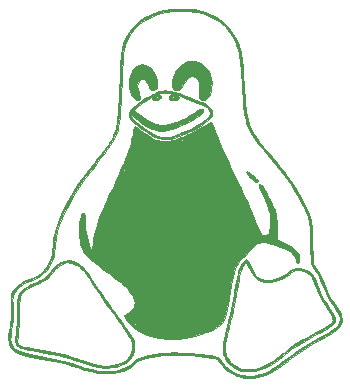
<source format=gbr>
G04 #@! TF.GenerationSoftware,KiCad,Pcbnew,5.1.2*
G04 #@! TF.CreationDate,2019-07-12T11:27:54-05:00*
G04 #@! TF.ProjectId,Tux,5475782e-6b69-4636-9164-5f7063625858,rev?*
G04 #@! TF.SameCoordinates,Original*
G04 #@! TF.FileFunction,Legend,Top*
G04 #@! TF.FilePolarity,Positive*
%FSLAX46Y46*%
G04 Gerber Fmt 4.6, Leading zero omitted, Abs format (unit mm)*
G04 Created by KiCad (PCBNEW 5.1.2) date 2019-07-12 11:27:54*
%MOMM*%
%LPD*%
G04 APERTURE LIST*
%ADD10C,0.150000*%
%ADD11C,0.010000*%
G04 APERTURE END LIST*
D10*
X151470000Y-89170000D02*
X151620000Y-89310000D01*
X151260000Y-89170000D02*
X151230000Y-89290000D01*
X151400000Y-89070000D02*
X151260000Y-89170000D01*
X151650000Y-89310000D02*
X151400000Y-89070000D01*
X151410000Y-89150000D02*
X151650000Y-89310000D01*
X151290000Y-89000000D02*
X151410000Y-89150000D01*
X151310000Y-89120000D02*
X151290000Y-89000000D01*
X151460000Y-89160000D02*
X151310000Y-89120000D01*
X151510000Y-89020000D02*
X152440000Y-89660000D01*
X154110000Y-90210000D02*
X152570000Y-89810000D01*
X153630000Y-90180000D02*
X154110000Y-90210000D01*
X154930000Y-90010000D02*
X153630000Y-90180000D01*
X156740000Y-89240000D02*
X157050000Y-88970000D01*
X156210000Y-89540000D02*
X156740000Y-89240000D01*
X155540000Y-89900000D02*
X156210000Y-89540000D01*
X154730000Y-90180000D02*
X155540000Y-89900000D01*
X153900000Y-90300000D02*
X154730000Y-90180000D01*
X153140000Y-90150000D02*
X153900000Y-90300000D01*
X152260000Y-89660000D02*
X153140000Y-90150000D01*
X151560000Y-89150000D02*
X152260000Y-89660000D01*
X163180000Y-99280000D02*
X163160000Y-99570000D01*
X162960000Y-99500000D02*
X163180000Y-99280000D01*
X163180000Y-99470000D02*
X162960000Y-99500000D01*
X163330000Y-99120000D02*
X163180000Y-99470000D01*
X163400000Y-98570000D02*
X163330000Y-99120000D01*
X163360000Y-97530000D02*
X163400000Y-98570000D01*
X162960000Y-96600000D02*
X163360000Y-97530000D01*
X163270000Y-97550000D02*
X162960000Y-96600000D01*
X163300000Y-98520000D02*
X163270000Y-97550000D01*
X163210000Y-99100000D02*
X163300000Y-98520000D01*
X162670000Y-99760000D02*
X163210000Y-99100000D01*
X163530000Y-99880000D02*
X162670000Y-99760000D01*
X165330000Y-101030000D02*
X163530000Y-99880000D01*
X165190000Y-100830000D02*
X165330000Y-101030000D01*
X164730000Y-100490000D02*
X165190000Y-100830000D01*
X164100000Y-100170000D02*
X164730000Y-100490000D01*
X163480000Y-99960000D02*
X164100000Y-100170000D01*
X163140000Y-99890000D02*
X163480000Y-99960000D01*
X147320000Y-100090000D02*
X147380000Y-100350000D01*
X147240000Y-100140000D02*
X147320000Y-100090000D01*
X147280000Y-99200000D02*
X147240000Y-100140000D01*
X147350000Y-99880000D02*
X147280000Y-99200000D01*
X147510000Y-100500000D02*
X147350000Y-99880000D01*
X147710000Y-100830000D02*
X147510000Y-100500000D01*
X149450000Y-102230000D02*
X147710000Y-100830000D01*
X151270000Y-103710000D02*
X149450000Y-102230000D01*
X151270000Y-103820000D02*
X151270000Y-103710000D01*
X151330000Y-103780000D02*
X151270000Y-103820000D01*
X151840000Y-104580000D02*
X151330000Y-103780000D01*
X151840000Y-104890000D02*
X151840000Y-104580000D01*
X151890000Y-104750000D02*
X151840000Y-104890000D01*
X151980000Y-105160000D02*
X151890000Y-104750000D01*
X151920000Y-105290000D02*
X151980000Y-105160000D01*
X151960000Y-105300000D02*
X151920000Y-105290000D01*
X151770000Y-105690000D02*
X151960000Y-105300000D01*
X151150000Y-106220000D02*
X151770000Y-105690000D01*
X151560000Y-106730000D02*
X151150000Y-106220000D01*
X152330000Y-107320000D02*
X151560000Y-106730000D01*
X154560000Y-107960000D02*
X152330000Y-107320000D01*
X153290000Y-107790000D02*
X154560000Y-107960000D01*
X152090000Y-107310000D02*
X153290000Y-107790000D01*
X151500000Y-106850000D02*
X152090000Y-107310000D01*
X150990000Y-106230000D02*
X151500000Y-106850000D01*
X151620000Y-105730000D02*
X150990000Y-106230000D01*
X151780000Y-105470000D02*
X151620000Y-105730000D01*
X151830000Y-105130000D02*
X151780000Y-105470000D01*
X151660000Y-104500000D02*
X151830000Y-105130000D01*
X151300000Y-103920000D02*
X151660000Y-104500000D01*
X151140000Y-103860000D02*
X151300000Y-103920000D01*
X151200000Y-103760000D02*
X151140000Y-103860000D01*
X150640000Y-103220000D02*
X151200000Y-103760000D01*
X148820000Y-101880000D02*
X150640000Y-103220000D01*
X147580000Y-100890000D02*
X148820000Y-101880000D01*
X147160000Y-100070000D02*
X147580000Y-100890000D01*
X147230000Y-98610000D02*
X147160000Y-100070000D01*
X147030000Y-99600000D02*
X147230000Y-98610000D01*
X147210000Y-97860000D02*
X147030000Y-99600000D01*
X148310000Y-99580000D02*
X148470000Y-98820000D01*
X155140000Y-91490000D02*
X154460000Y-91570000D01*
X157200000Y-90600000D02*
X155140000Y-91490000D01*
X157970000Y-90160000D02*
X157200000Y-90600000D01*
X157970000Y-90080000D02*
X157970000Y-90160000D01*
X156590000Y-90850000D02*
X157970000Y-90080000D01*
X154850000Y-91500000D02*
X156590000Y-90850000D01*
X148290000Y-100590000D02*
X151260000Y-98670000D01*
X149020000Y-97510000D02*
X148290000Y-100590000D01*
X148670000Y-98390000D02*
X149020000Y-97510000D01*
X148130000Y-100650000D02*
X148670000Y-98390000D01*
X148350000Y-100650000D02*
X148130000Y-100650000D01*
X149150000Y-97420000D02*
X148350000Y-100650000D01*
X150900000Y-93330000D02*
X149150000Y-97420000D01*
X149010000Y-97450000D02*
X150900000Y-93330000D01*
X149180000Y-97560000D02*
X149010000Y-97450000D01*
X151110000Y-93220000D02*
X149180000Y-97560000D01*
X151540000Y-91800000D02*
X151110000Y-93220000D01*
X150940000Y-93270000D02*
X151540000Y-91800000D01*
X151810000Y-90510000D02*
X150940000Y-93270000D01*
X151560000Y-91470000D02*
X151810000Y-90510000D01*
X151700000Y-90490000D02*
X151560000Y-91470000D01*
X151900000Y-90500000D02*
X151700000Y-90490000D01*
X151600000Y-91820000D02*
X151900000Y-90500000D01*
X151490000Y-91420000D02*
X151600000Y-91820000D01*
X157370000Y-85140000D02*
X157630000Y-85640000D01*
X157200000Y-85010000D02*
X157370000Y-85140000D01*
X157220000Y-87570000D02*
X157220000Y-87280000D01*
X157360000Y-87770000D02*
X157220000Y-87570000D01*
X157700000Y-87570000D02*
X157360000Y-87770000D01*
X157920000Y-87090000D02*
X157700000Y-87570000D01*
X157930000Y-86280000D02*
X157920000Y-87090000D01*
X157650000Y-85470000D02*
X157930000Y-86280000D01*
X156830000Y-84810000D02*
X157650000Y-85470000D01*
X155940000Y-84880000D02*
X156830000Y-84810000D01*
X155250000Y-85490000D02*
X155940000Y-84880000D01*
X155040000Y-86050000D02*
X155250000Y-85490000D01*
X154970000Y-86770000D02*
X155040000Y-86050000D01*
X155200000Y-86910000D02*
X154970000Y-86770000D01*
X155740000Y-86290000D02*
X155200000Y-86910000D01*
X152990000Y-86800000D02*
X152930000Y-86550000D01*
X153230000Y-86870000D02*
X152990000Y-86800000D01*
X153370000Y-86530000D02*
X153230000Y-86870000D01*
X153130000Y-85630000D02*
X153370000Y-86530000D01*
X152500000Y-85090000D02*
X153130000Y-85630000D01*
X152140000Y-85050000D02*
X152500000Y-85090000D01*
X151560000Y-85470000D02*
X152140000Y-85050000D01*
X151360000Y-86010000D02*
X151560000Y-85470000D01*
X151330000Y-86740000D02*
X151360000Y-86010000D01*
X151510000Y-87460000D02*
X151330000Y-86740000D01*
X151830000Y-87760000D02*
X151510000Y-87460000D01*
X151890000Y-87520000D02*
X151830000Y-87760000D01*
D11*
G36*
X156111910Y-80195997D02*
G01*
X156600321Y-80241154D01*
X156984155Y-80303672D01*
X157606672Y-80469784D01*
X158177354Y-80702840D01*
X158696127Y-81002782D01*
X159162918Y-81369552D01*
X159577651Y-81803091D01*
X159940253Y-82303342D01*
X160246493Y-82861489D01*
X160333434Y-83051659D01*
X160409758Y-83237747D01*
X160476676Y-83427495D01*
X160535403Y-83628645D01*
X160587151Y-83848940D01*
X160633134Y-84096122D01*
X160674563Y-84377932D01*
X160712652Y-84702113D01*
X160748613Y-85076408D01*
X160783661Y-85508558D01*
X160819007Y-86006306D01*
X160855864Y-86577393D01*
X160873456Y-86863500D01*
X160895011Y-87198208D01*
X160919479Y-87544908D01*
X160945172Y-87881820D01*
X160970401Y-88187164D01*
X160993476Y-88439161D01*
X161002363Y-88526129D01*
X161050406Y-88915235D01*
X161110082Y-89268653D01*
X161186209Y-89595818D01*
X161283602Y-89906169D01*
X161407078Y-90209140D01*
X161561454Y-90514169D01*
X161751546Y-90830692D01*
X161982171Y-91168146D01*
X162258146Y-91535966D01*
X162584287Y-91943590D01*
X162965410Y-92400454D01*
X163001873Y-92443485D01*
X163297621Y-92792953D01*
X163546563Y-93089153D01*
X163757395Y-93342756D01*
X163938813Y-93564428D01*
X164099513Y-93764841D01*
X164248193Y-93954663D01*
X164393547Y-94144562D01*
X164457645Y-94229500D01*
X164840796Y-94760558D01*
X165198751Y-95299135D01*
X165526705Y-95836021D01*
X165819850Y-96362004D01*
X166073378Y-96867873D01*
X166282483Y-97344418D01*
X166442357Y-97782427D01*
X166548193Y-98172689D01*
X166567521Y-98272334D01*
X166579772Y-98379153D01*
X166592964Y-98558771D01*
X166606541Y-98799332D01*
X166619946Y-99088981D01*
X166632621Y-99415862D01*
X166644010Y-99768120D01*
X166652091Y-100071500D01*
X166663542Y-100493649D01*
X166676356Y-100867960D01*
X166690180Y-101187462D01*
X166704658Y-101445188D01*
X166719437Y-101634167D01*
X166734161Y-101747431D01*
X166738285Y-101764834D01*
X166795410Y-101889615D01*
X166890780Y-102034044D01*
X166970654Y-102130089D01*
X167143154Y-102353360D01*
X167314557Y-102653002D01*
X167486376Y-103031941D01*
X167627476Y-103400649D01*
X167810623Y-103866352D01*
X168019303Y-104304041D01*
X168267715Y-104741079D01*
X168542787Y-105164989D01*
X168732732Y-105448245D01*
X168877392Y-105677429D01*
X168982666Y-105865910D01*
X169054451Y-106027062D01*
X169098646Y-106174254D01*
X169121149Y-106320858D01*
X169127859Y-106480246D01*
X169127889Y-106491393D01*
X169125043Y-106662680D01*
X169110210Y-106781042D01*
X169074480Y-106878164D01*
X169008947Y-106985732D01*
X168975073Y-107034939D01*
X168883671Y-107156319D01*
X168780273Y-107271518D01*
X168657266Y-107385646D01*
X168507035Y-107503817D01*
X168321967Y-107631140D01*
X168094448Y-107772729D01*
X167816864Y-107933695D01*
X167481602Y-108119149D01*
X167081047Y-108334203D01*
X166886009Y-108437488D01*
X166108611Y-108882661D01*
X165333392Y-109394146D01*
X164583947Y-109956341D01*
X164560779Y-109974894D01*
X164116101Y-110319958D01*
X163713340Y-110606177D01*
X163340905Y-110840323D01*
X162987207Y-111029170D01*
X162640656Y-111179488D01*
X162303265Y-111294031D01*
X161980222Y-111367301D01*
X161616664Y-111412311D01*
X161243032Y-111427666D01*
X160889768Y-111411972D01*
X160619167Y-111371204D01*
X160434119Y-111319131D01*
X160217517Y-111241560D01*
X160011915Y-111153941D01*
X159984167Y-111140649D01*
X159628830Y-110938125D01*
X159299627Y-110686749D01*
X158983998Y-110375388D01*
X158669389Y-109992907D01*
X158629500Y-109939530D01*
X158576065Y-109882010D01*
X158501937Y-109837898D01*
X158388157Y-109799605D01*
X158215769Y-109759541D01*
X158142667Y-109744612D01*
X157587591Y-109648113D01*
X157003435Y-109573469D01*
X156400860Y-109520410D01*
X155790531Y-109488668D01*
X155183109Y-109477974D01*
X154589259Y-109488059D01*
X154019642Y-109518653D01*
X153484923Y-109569487D01*
X152995763Y-109640293D01*
X152562827Y-109730801D01*
X152196777Y-109840742D01*
X152052580Y-109898299D01*
X151842557Y-110023104D01*
X151610224Y-110220784D01*
X151542919Y-110287691D01*
X151263852Y-110533350D01*
X150953119Y-110726789D01*
X150600736Y-110871647D01*
X150196723Y-110971563D01*
X149731098Y-111030175D01*
X149464334Y-111045425D01*
X148935921Y-111043701D01*
X148415396Y-110995859D01*
X147885728Y-110898748D01*
X147329886Y-110749215D01*
X146730839Y-110544110D01*
X146707194Y-110535253D01*
X146345868Y-110405862D01*
X145984189Y-110290289D01*
X145607946Y-110185062D01*
X145202927Y-110086709D01*
X144754922Y-109991757D01*
X144249718Y-109896735D01*
X143725787Y-109806863D01*
X143268219Y-109727289D01*
X142846559Y-109646337D01*
X142469615Y-109566049D01*
X142146197Y-109488469D01*
X141885114Y-109415641D01*
X141695177Y-109349606D01*
X141632962Y-109321484D01*
X141360847Y-109138678D01*
X141152486Y-108902300D01*
X141008963Y-108615703D01*
X140931361Y-108282239D01*
X140927954Y-108161051D01*
X141097800Y-108161051D01*
X141143106Y-108438021D01*
X141231945Y-108671911D01*
X141308159Y-108805450D01*
X141402305Y-108923403D01*
X141521318Y-109028298D01*
X141672136Y-109122665D01*
X141861694Y-109209035D01*
X142096929Y-109289936D01*
X142384776Y-109367899D01*
X142732174Y-109445452D01*
X143146057Y-109525126D01*
X143633361Y-109609451D01*
X143939834Y-109659474D01*
X144766086Y-109810674D01*
X145550808Y-109991361D01*
X146279033Y-110197813D01*
X146768431Y-110363406D01*
X147401805Y-110575892D01*
X147985520Y-110731194D01*
X148530454Y-110831321D01*
X149047482Y-110878283D01*
X149536370Y-110874728D01*
X150041840Y-110819872D01*
X150484773Y-110714344D01*
X150872528Y-110555256D01*
X151212464Y-110339719D01*
X151460008Y-110119526D01*
X151635539Y-109952683D01*
X151803156Y-109826531D01*
X151986761Y-109727867D01*
X152210255Y-109643489D01*
X152448834Y-109573303D01*
X152851351Y-109482144D01*
X153320873Y-109407306D01*
X153841105Y-109349954D01*
X154395752Y-109311256D01*
X154968520Y-109292376D01*
X155543113Y-109294481D01*
X156051894Y-109315497D01*
X156499458Y-109347530D01*
X156929843Y-109387417D01*
X157334648Y-109433747D01*
X157705468Y-109485112D01*
X158033902Y-109540101D01*
X158311547Y-109597304D01*
X158530001Y-109655311D01*
X158680861Y-109712711D01*
X158755725Y-109768096D01*
X158756500Y-109769359D01*
X158996075Y-110108448D01*
X159295919Y-110434067D01*
X159632212Y-110722903D01*
X159942419Y-110929888D01*
X160105954Y-111007538D01*
X160323090Y-111088442D01*
X160563772Y-111162828D01*
X160797941Y-111220926D01*
X160894334Y-111239346D01*
X161109342Y-111259436D01*
X161370274Y-111259945D01*
X161640959Y-111242001D01*
X161874860Y-111208762D01*
X162252959Y-111118793D01*
X162619706Y-110994334D01*
X162986450Y-110829347D01*
X163364542Y-110617792D01*
X163765331Y-110353630D01*
X164200167Y-110030822D01*
X164428112Y-109850208D01*
X164905000Y-109477476D01*
X165365758Y-109143809D01*
X165832240Y-108835045D01*
X166326299Y-108537024D01*
X166869785Y-108235586D01*
X167138500Y-108093909D01*
X167617486Y-107837545D01*
X168019325Y-107603808D01*
X168346604Y-107386842D01*
X168601907Y-107180788D01*
X168787821Y-106979790D01*
X168906929Y-106777990D01*
X168961817Y-106569531D01*
X168955071Y-106348555D01*
X168889275Y-106109206D01*
X168767016Y-105845625D01*
X168590877Y-105551956D01*
X168389753Y-105258945D01*
X168165853Y-104929701D01*
X167970687Y-104603672D01*
X167792823Y-104258828D01*
X167620828Y-103873137D01*
X167458100Y-103463686D01*
X167322974Y-103118405D01*
X167205634Y-102842652D01*
X167099952Y-102624738D01*
X166999803Y-102452970D01*
X166899059Y-102315658D01*
X166801388Y-102210488D01*
X166732922Y-102139824D01*
X166676287Y-102066727D01*
X166630120Y-101982457D01*
X166593057Y-101878275D01*
X166563736Y-101745442D01*
X166540793Y-101575220D01*
X166522866Y-101358869D01*
X166508592Y-101087650D01*
X166496607Y-100752824D01*
X166485549Y-100345652D01*
X166480975Y-100156167D01*
X166471314Y-99795394D01*
X166459893Y-99448894D01*
X166447279Y-99128971D01*
X166434035Y-98847931D01*
X166420728Y-98618078D01*
X166407922Y-98451717D01*
X166399330Y-98378167D01*
X166348107Y-98118461D01*
X166272737Y-97849723D01*
X166167840Y-97557219D01*
X166028039Y-97226220D01*
X165847952Y-96841993D01*
X165810180Y-96764691D01*
X165619097Y-96386163D01*
X165426041Y-96026890D01*
X165225150Y-95678522D01*
X165010561Y-95332706D01*
X164776411Y-94981090D01*
X164516837Y-94615324D01*
X164225976Y-94227054D01*
X163897966Y-93807930D01*
X163526943Y-93349600D01*
X163107045Y-92843711D01*
X162811325Y-92492747D01*
X162462545Y-92076292D01*
X162166811Y-91712489D01*
X161918433Y-91393014D01*
X161711720Y-91109538D01*
X161540982Y-90853738D01*
X161400529Y-90617285D01*
X161284669Y-90391855D01*
X161187713Y-90169120D01*
X161142807Y-90051408D01*
X161067944Y-89832804D01*
X161003163Y-89610876D01*
X160947018Y-89375666D01*
X160898064Y-89117216D01*
X160854856Y-88825566D01*
X160815949Y-88490758D01*
X160779896Y-88102833D01*
X160745253Y-87651833D01*
X160710574Y-87127800D01*
X160704699Y-87032834D01*
X160662997Y-86379669D01*
X160622700Y-85805643D01*
X160583200Y-85305253D01*
X160543892Y-84872996D01*
X160504168Y-84503366D01*
X160463422Y-84190861D01*
X160421045Y-83929977D01*
X160376433Y-83715211D01*
X160328976Y-83541059D01*
X160314931Y-83498342D01*
X160070536Y-82905047D01*
X159762297Y-82359910D01*
X159394622Y-81870278D01*
X159229655Y-81689286D01*
X158827113Y-81321406D01*
X158387154Y-81016131D01*
X157904772Y-80771658D01*
X157374961Y-80586189D01*
X156792714Y-80457923D01*
X156153027Y-80385059D01*
X155548524Y-80365334D01*
X154836266Y-80398279D01*
X154167700Y-80496084D01*
X153545669Y-80657200D01*
X152973015Y-80880081D01*
X152452580Y-81163179D01*
X151987207Y-81504946D01*
X151579738Y-81903834D01*
X151233017Y-82358297D01*
X150949886Y-82866786D01*
X150948559Y-82869624D01*
X150883449Y-83016036D01*
X150826562Y-83162527D01*
X150777014Y-83316437D01*
X150733917Y-83485102D01*
X150696387Y-83675859D01*
X150663539Y-83896047D01*
X150634487Y-84153001D01*
X150608345Y-84454061D01*
X150584228Y-84806562D01*
X150561251Y-85217842D01*
X150538529Y-85695239D01*
X150515175Y-86246091D01*
X150502363Y-86567167D01*
X150477452Y-87180946D01*
X150453890Y-87716685D01*
X150431248Y-88180989D01*
X150409095Y-88580467D01*
X150387000Y-88921724D01*
X150364534Y-89211368D01*
X150341266Y-89456006D01*
X150316765Y-89662245D01*
X150290602Y-89836691D01*
X150288677Y-89848000D01*
X150232357Y-90142730D01*
X150165948Y-90416937D01*
X150084826Y-90678821D01*
X149984369Y-90936587D01*
X149859954Y-91198435D01*
X149706957Y-91472569D01*
X149520756Y-91767190D01*
X149296728Y-92090500D01*
X149030251Y-92450703D01*
X148716700Y-92855999D01*
X148351455Y-93314593D01*
X148296262Y-93383106D01*
X147822358Y-93981293D01*
X147402941Y-94534580D01*
X147029988Y-95055170D01*
X146695477Y-95555266D01*
X146391384Y-96047073D01*
X146109687Y-96542795D01*
X145842361Y-97054635D01*
X145722100Y-97298667D01*
X145443814Y-97912480D01*
X145224074Y-98489171D01*
X145057612Y-99047264D01*
X144939160Y-99605279D01*
X144863450Y-100181741D01*
X144847288Y-100374516D01*
X144806000Y-100790700D01*
X144744110Y-101142725D01*
X144654669Y-101449994D01*
X144530726Y-101731906D01*
X144365329Y-102007863D01*
X144164164Y-102281306D01*
X143859510Y-102604671D01*
X143500171Y-102879506D01*
X143105562Y-103092709D01*
X142795025Y-103205176D01*
X142439930Y-103336018D01*
X142116951Y-103521133D01*
X141805426Y-103773083D01*
X141709469Y-103865211D01*
X141557863Y-104021166D01*
X141442774Y-104158736D01*
X141360116Y-104292775D01*
X141305801Y-104438137D01*
X141275742Y-104609675D01*
X141265852Y-104822245D01*
X141272045Y-105090700D01*
X141288219Y-105396212D01*
X141309013Y-105970869D01*
X141298002Y-106487548D01*
X141253950Y-106967229D01*
X141175618Y-107430890D01*
X141165282Y-107479834D01*
X141105471Y-107846640D01*
X141097800Y-108161051D01*
X140927954Y-108161051D01*
X140920761Y-107905263D01*
X140978245Y-107488127D01*
X141004356Y-107374000D01*
X141032659Y-107254619D01*
X141055013Y-107144169D01*
X141072116Y-107030734D01*
X141084665Y-106902398D01*
X141093360Y-106747246D01*
X141098897Y-106553361D01*
X141101975Y-106308827D01*
X141103292Y-106001729D01*
X141103548Y-105680667D01*
X141103729Y-105292145D01*
X141105875Y-104977469D01*
X141112436Y-104725817D01*
X141125865Y-104526369D01*
X141148612Y-104368305D01*
X141183130Y-104240805D01*
X141231868Y-104133048D01*
X141297279Y-104034213D01*
X141381813Y-103933481D01*
X141487923Y-103820031D01*
X141536624Y-103769016D01*
X141877946Y-103465622D01*
X142263446Y-103228110D01*
X142694891Y-103052497D01*
X143158461Y-102864077D01*
X143561112Y-102617794D01*
X143906508Y-102310533D01*
X144198314Y-101939181D01*
X144384095Y-101616948D01*
X144455576Y-101467361D01*
X144510922Y-101327597D01*
X144553843Y-101180656D01*
X144588051Y-101009536D01*
X144617255Y-100797236D01*
X144645167Y-100526757D01*
X144661343Y-100346667D01*
X144738820Y-99724570D01*
X144864168Y-99104165D01*
X145039858Y-98480477D01*
X145268361Y-97848533D01*
X145552146Y-97203359D01*
X145893683Y-96539981D01*
X146295444Y-95853425D01*
X146759898Y-95138716D01*
X147289515Y-94390882D01*
X147886766Y-93604949D01*
X148214358Y-93192624D01*
X148547077Y-92776621D01*
X148829397Y-92416870D01*
X149066565Y-92105814D01*
X149263830Y-91835893D01*
X149426437Y-91599550D01*
X149559636Y-91389225D01*
X149668674Y-91197361D01*
X149758798Y-91016398D01*
X149816354Y-90885167D01*
X149883498Y-90716135D01*
X149943066Y-90547497D01*
X149995809Y-90372597D01*
X150042475Y-90184779D01*
X150083815Y-89977387D01*
X150120577Y-89743766D01*
X150153512Y-89477258D01*
X150183369Y-89171209D01*
X150210897Y-88818962D01*
X150236846Y-88413862D01*
X150261966Y-87949252D01*
X150287006Y-87418476D01*
X150312716Y-86814879D01*
X150333609Y-86292000D01*
X150358117Y-85700305D01*
X150382865Y-85185562D01*
X150408961Y-84740061D01*
X150437517Y-84356093D01*
X150469642Y-84025947D01*
X150506447Y-83741913D01*
X150549041Y-83496282D01*
X150598535Y-83281344D01*
X150656038Y-83089388D01*
X150722661Y-82912705D01*
X150799515Y-82743585D01*
X150862070Y-82621680D01*
X151180845Y-82112677D01*
X151563136Y-81658682D01*
X152006895Y-81261135D01*
X152510072Y-80921473D01*
X153070619Y-80641136D01*
X153686488Y-80421562D01*
X154166425Y-80301183D01*
X154599002Y-80231968D01*
X155084965Y-80191380D01*
X155598030Y-80179398D01*
X156111910Y-80195997D01*
X156111910Y-80195997D01*
G37*
X156111910Y-80195997D02*
X156600321Y-80241154D01*
X156984155Y-80303672D01*
X157606672Y-80469784D01*
X158177354Y-80702840D01*
X158696127Y-81002782D01*
X159162918Y-81369552D01*
X159577651Y-81803091D01*
X159940253Y-82303342D01*
X160246493Y-82861489D01*
X160333434Y-83051659D01*
X160409758Y-83237747D01*
X160476676Y-83427495D01*
X160535403Y-83628645D01*
X160587151Y-83848940D01*
X160633134Y-84096122D01*
X160674563Y-84377932D01*
X160712652Y-84702113D01*
X160748613Y-85076408D01*
X160783661Y-85508558D01*
X160819007Y-86006306D01*
X160855864Y-86577393D01*
X160873456Y-86863500D01*
X160895011Y-87198208D01*
X160919479Y-87544908D01*
X160945172Y-87881820D01*
X160970401Y-88187164D01*
X160993476Y-88439161D01*
X161002363Y-88526129D01*
X161050406Y-88915235D01*
X161110082Y-89268653D01*
X161186209Y-89595818D01*
X161283602Y-89906169D01*
X161407078Y-90209140D01*
X161561454Y-90514169D01*
X161751546Y-90830692D01*
X161982171Y-91168146D01*
X162258146Y-91535966D01*
X162584287Y-91943590D01*
X162965410Y-92400454D01*
X163001873Y-92443485D01*
X163297621Y-92792953D01*
X163546563Y-93089153D01*
X163757395Y-93342756D01*
X163938813Y-93564428D01*
X164099513Y-93764841D01*
X164248193Y-93954663D01*
X164393547Y-94144562D01*
X164457645Y-94229500D01*
X164840796Y-94760558D01*
X165198751Y-95299135D01*
X165526705Y-95836021D01*
X165819850Y-96362004D01*
X166073378Y-96867873D01*
X166282483Y-97344418D01*
X166442357Y-97782427D01*
X166548193Y-98172689D01*
X166567521Y-98272334D01*
X166579772Y-98379153D01*
X166592964Y-98558771D01*
X166606541Y-98799332D01*
X166619946Y-99088981D01*
X166632621Y-99415862D01*
X166644010Y-99768120D01*
X166652091Y-100071500D01*
X166663542Y-100493649D01*
X166676356Y-100867960D01*
X166690180Y-101187462D01*
X166704658Y-101445188D01*
X166719437Y-101634167D01*
X166734161Y-101747431D01*
X166738285Y-101764834D01*
X166795410Y-101889615D01*
X166890780Y-102034044D01*
X166970654Y-102130089D01*
X167143154Y-102353360D01*
X167314557Y-102653002D01*
X167486376Y-103031941D01*
X167627476Y-103400649D01*
X167810623Y-103866352D01*
X168019303Y-104304041D01*
X168267715Y-104741079D01*
X168542787Y-105164989D01*
X168732732Y-105448245D01*
X168877392Y-105677429D01*
X168982666Y-105865910D01*
X169054451Y-106027062D01*
X169098646Y-106174254D01*
X169121149Y-106320858D01*
X169127859Y-106480246D01*
X169127889Y-106491393D01*
X169125043Y-106662680D01*
X169110210Y-106781042D01*
X169074480Y-106878164D01*
X169008947Y-106985732D01*
X168975073Y-107034939D01*
X168883671Y-107156319D01*
X168780273Y-107271518D01*
X168657266Y-107385646D01*
X168507035Y-107503817D01*
X168321967Y-107631140D01*
X168094448Y-107772729D01*
X167816864Y-107933695D01*
X167481602Y-108119149D01*
X167081047Y-108334203D01*
X166886009Y-108437488D01*
X166108611Y-108882661D01*
X165333392Y-109394146D01*
X164583947Y-109956341D01*
X164560779Y-109974894D01*
X164116101Y-110319958D01*
X163713340Y-110606177D01*
X163340905Y-110840323D01*
X162987207Y-111029170D01*
X162640656Y-111179488D01*
X162303265Y-111294031D01*
X161980222Y-111367301D01*
X161616664Y-111412311D01*
X161243032Y-111427666D01*
X160889768Y-111411972D01*
X160619167Y-111371204D01*
X160434119Y-111319131D01*
X160217517Y-111241560D01*
X160011915Y-111153941D01*
X159984167Y-111140649D01*
X159628830Y-110938125D01*
X159299627Y-110686749D01*
X158983998Y-110375388D01*
X158669389Y-109992907D01*
X158629500Y-109939530D01*
X158576065Y-109882010D01*
X158501937Y-109837898D01*
X158388157Y-109799605D01*
X158215769Y-109759541D01*
X158142667Y-109744612D01*
X157587591Y-109648113D01*
X157003435Y-109573469D01*
X156400860Y-109520410D01*
X155790531Y-109488668D01*
X155183109Y-109477974D01*
X154589259Y-109488059D01*
X154019642Y-109518653D01*
X153484923Y-109569487D01*
X152995763Y-109640293D01*
X152562827Y-109730801D01*
X152196777Y-109840742D01*
X152052580Y-109898299D01*
X151842557Y-110023104D01*
X151610224Y-110220784D01*
X151542919Y-110287691D01*
X151263852Y-110533350D01*
X150953119Y-110726789D01*
X150600736Y-110871647D01*
X150196723Y-110971563D01*
X149731098Y-111030175D01*
X149464334Y-111045425D01*
X148935921Y-111043701D01*
X148415396Y-110995859D01*
X147885728Y-110898748D01*
X147329886Y-110749215D01*
X146730839Y-110544110D01*
X146707194Y-110535253D01*
X146345868Y-110405862D01*
X145984189Y-110290289D01*
X145607946Y-110185062D01*
X145202927Y-110086709D01*
X144754922Y-109991757D01*
X144249718Y-109896735D01*
X143725787Y-109806863D01*
X143268219Y-109727289D01*
X142846559Y-109646337D01*
X142469615Y-109566049D01*
X142146197Y-109488469D01*
X141885114Y-109415641D01*
X141695177Y-109349606D01*
X141632962Y-109321484D01*
X141360847Y-109138678D01*
X141152486Y-108902300D01*
X141008963Y-108615703D01*
X140931361Y-108282239D01*
X140927954Y-108161051D01*
X141097800Y-108161051D01*
X141143106Y-108438021D01*
X141231945Y-108671911D01*
X141308159Y-108805450D01*
X141402305Y-108923403D01*
X141521318Y-109028298D01*
X141672136Y-109122665D01*
X141861694Y-109209035D01*
X142096929Y-109289936D01*
X142384776Y-109367899D01*
X142732174Y-109445452D01*
X143146057Y-109525126D01*
X143633361Y-109609451D01*
X143939834Y-109659474D01*
X144766086Y-109810674D01*
X145550808Y-109991361D01*
X146279033Y-110197813D01*
X146768431Y-110363406D01*
X147401805Y-110575892D01*
X147985520Y-110731194D01*
X148530454Y-110831321D01*
X149047482Y-110878283D01*
X149536370Y-110874728D01*
X150041840Y-110819872D01*
X150484773Y-110714344D01*
X150872528Y-110555256D01*
X151212464Y-110339719D01*
X151460008Y-110119526D01*
X151635539Y-109952683D01*
X151803156Y-109826531D01*
X151986761Y-109727867D01*
X152210255Y-109643489D01*
X152448834Y-109573303D01*
X152851351Y-109482144D01*
X153320873Y-109407306D01*
X153841105Y-109349954D01*
X154395752Y-109311256D01*
X154968520Y-109292376D01*
X155543113Y-109294481D01*
X156051894Y-109315497D01*
X156499458Y-109347530D01*
X156929843Y-109387417D01*
X157334648Y-109433747D01*
X157705468Y-109485112D01*
X158033902Y-109540101D01*
X158311547Y-109597304D01*
X158530001Y-109655311D01*
X158680861Y-109712711D01*
X158755725Y-109768096D01*
X158756500Y-109769359D01*
X158996075Y-110108448D01*
X159295919Y-110434067D01*
X159632212Y-110722903D01*
X159942419Y-110929888D01*
X160105954Y-111007538D01*
X160323090Y-111088442D01*
X160563772Y-111162828D01*
X160797941Y-111220926D01*
X160894334Y-111239346D01*
X161109342Y-111259436D01*
X161370274Y-111259945D01*
X161640959Y-111242001D01*
X161874860Y-111208762D01*
X162252959Y-111118793D01*
X162619706Y-110994334D01*
X162986450Y-110829347D01*
X163364542Y-110617792D01*
X163765331Y-110353630D01*
X164200167Y-110030822D01*
X164428112Y-109850208D01*
X164905000Y-109477476D01*
X165365758Y-109143809D01*
X165832240Y-108835045D01*
X166326299Y-108537024D01*
X166869785Y-108235586D01*
X167138500Y-108093909D01*
X167617486Y-107837545D01*
X168019325Y-107603808D01*
X168346604Y-107386842D01*
X168601907Y-107180788D01*
X168787821Y-106979790D01*
X168906929Y-106777990D01*
X168961817Y-106569531D01*
X168955071Y-106348555D01*
X168889275Y-106109206D01*
X168767016Y-105845625D01*
X168590877Y-105551956D01*
X168389753Y-105258945D01*
X168165853Y-104929701D01*
X167970687Y-104603672D01*
X167792823Y-104258828D01*
X167620828Y-103873137D01*
X167458100Y-103463686D01*
X167322974Y-103118405D01*
X167205634Y-102842652D01*
X167099952Y-102624738D01*
X166999803Y-102452970D01*
X166899059Y-102315658D01*
X166801388Y-102210488D01*
X166732922Y-102139824D01*
X166676287Y-102066727D01*
X166630120Y-101982457D01*
X166593057Y-101878275D01*
X166563736Y-101745442D01*
X166540793Y-101575220D01*
X166522866Y-101358869D01*
X166508592Y-101087650D01*
X166496607Y-100752824D01*
X166485549Y-100345652D01*
X166480975Y-100156167D01*
X166471314Y-99795394D01*
X166459893Y-99448894D01*
X166447279Y-99128971D01*
X166434035Y-98847931D01*
X166420728Y-98618078D01*
X166407922Y-98451717D01*
X166399330Y-98378167D01*
X166348107Y-98118461D01*
X166272737Y-97849723D01*
X166167840Y-97557219D01*
X166028039Y-97226220D01*
X165847952Y-96841993D01*
X165810180Y-96764691D01*
X165619097Y-96386163D01*
X165426041Y-96026890D01*
X165225150Y-95678522D01*
X165010561Y-95332706D01*
X164776411Y-94981090D01*
X164516837Y-94615324D01*
X164225976Y-94227054D01*
X163897966Y-93807930D01*
X163526943Y-93349600D01*
X163107045Y-92843711D01*
X162811325Y-92492747D01*
X162462545Y-92076292D01*
X162166811Y-91712489D01*
X161918433Y-91393014D01*
X161711720Y-91109538D01*
X161540982Y-90853738D01*
X161400529Y-90617285D01*
X161284669Y-90391855D01*
X161187713Y-90169120D01*
X161142807Y-90051408D01*
X161067944Y-89832804D01*
X161003163Y-89610876D01*
X160947018Y-89375666D01*
X160898064Y-89117216D01*
X160854856Y-88825566D01*
X160815949Y-88490758D01*
X160779896Y-88102833D01*
X160745253Y-87651833D01*
X160710574Y-87127800D01*
X160704699Y-87032834D01*
X160662997Y-86379669D01*
X160622700Y-85805643D01*
X160583200Y-85305253D01*
X160543892Y-84872996D01*
X160504168Y-84503366D01*
X160463422Y-84190861D01*
X160421045Y-83929977D01*
X160376433Y-83715211D01*
X160328976Y-83541059D01*
X160314931Y-83498342D01*
X160070536Y-82905047D01*
X159762297Y-82359910D01*
X159394622Y-81870278D01*
X159229655Y-81689286D01*
X158827113Y-81321406D01*
X158387154Y-81016131D01*
X157904772Y-80771658D01*
X157374961Y-80586189D01*
X156792714Y-80457923D01*
X156153027Y-80385059D01*
X155548524Y-80365334D01*
X154836266Y-80398279D01*
X154167700Y-80496084D01*
X153545669Y-80657200D01*
X152973015Y-80880081D01*
X152452580Y-81163179D01*
X151987207Y-81504946D01*
X151579738Y-81903834D01*
X151233017Y-82358297D01*
X150949886Y-82866786D01*
X150948559Y-82869624D01*
X150883449Y-83016036D01*
X150826562Y-83162527D01*
X150777014Y-83316437D01*
X150733917Y-83485102D01*
X150696387Y-83675859D01*
X150663539Y-83896047D01*
X150634487Y-84153001D01*
X150608345Y-84454061D01*
X150584228Y-84806562D01*
X150561251Y-85217842D01*
X150538529Y-85695239D01*
X150515175Y-86246091D01*
X150502363Y-86567167D01*
X150477452Y-87180946D01*
X150453890Y-87716685D01*
X150431248Y-88180989D01*
X150409095Y-88580467D01*
X150387000Y-88921724D01*
X150364534Y-89211368D01*
X150341266Y-89456006D01*
X150316765Y-89662245D01*
X150290602Y-89836691D01*
X150288677Y-89848000D01*
X150232357Y-90142730D01*
X150165948Y-90416937D01*
X150084826Y-90678821D01*
X149984369Y-90936587D01*
X149859954Y-91198435D01*
X149706957Y-91472569D01*
X149520756Y-91767190D01*
X149296728Y-92090500D01*
X149030251Y-92450703D01*
X148716700Y-92855999D01*
X148351455Y-93314593D01*
X148296262Y-93383106D01*
X147822358Y-93981293D01*
X147402941Y-94534580D01*
X147029988Y-95055170D01*
X146695477Y-95555266D01*
X146391384Y-96047073D01*
X146109687Y-96542795D01*
X145842361Y-97054635D01*
X145722100Y-97298667D01*
X145443814Y-97912480D01*
X145224074Y-98489171D01*
X145057612Y-99047264D01*
X144939160Y-99605279D01*
X144863450Y-100181741D01*
X144847288Y-100374516D01*
X144806000Y-100790700D01*
X144744110Y-101142725D01*
X144654669Y-101449994D01*
X144530726Y-101731906D01*
X144365329Y-102007863D01*
X144164164Y-102281306D01*
X143859510Y-102604671D01*
X143500171Y-102879506D01*
X143105562Y-103092709D01*
X142795025Y-103205176D01*
X142439930Y-103336018D01*
X142116951Y-103521133D01*
X141805426Y-103773083D01*
X141709469Y-103865211D01*
X141557863Y-104021166D01*
X141442774Y-104158736D01*
X141360116Y-104292775D01*
X141305801Y-104438137D01*
X141275742Y-104609675D01*
X141265852Y-104822245D01*
X141272045Y-105090700D01*
X141288219Y-105396212D01*
X141309013Y-105970869D01*
X141298002Y-106487548D01*
X141253950Y-106967229D01*
X141175618Y-107430890D01*
X141165282Y-107479834D01*
X141105471Y-107846640D01*
X141097800Y-108161051D01*
X140927954Y-108161051D01*
X140920761Y-107905263D01*
X140978245Y-107488127D01*
X141004356Y-107374000D01*
X141032659Y-107254619D01*
X141055013Y-107144169D01*
X141072116Y-107030734D01*
X141084665Y-106902398D01*
X141093360Y-106747246D01*
X141098897Y-106553361D01*
X141101975Y-106308827D01*
X141103292Y-106001729D01*
X141103548Y-105680667D01*
X141103729Y-105292145D01*
X141105875Y-104977469D01*
X141112436Y-104725817D01*
X141125865Y-104526369D01*
X141148612Y-104368305D01*
X141183130Y-104240805D01*
X141231868Y-104133048D01*
X141297279Y-104034213D01*
X141381813Y-103933481D01*
X141487923Y-103820031D01*
X141536624Y-103769016D01*
X141877946Y-103465622D01*
X142263446Y-103228110D01*
X142694891Y-103052497D01*
X143158461Y-102864077D01*
X143561112Y-102617794D01*
X143906508Y-102310533D01*
X144198314Y-101939181D01*
X144384095Y-101616948D01*
X144455576Y-101467361D01*
X144510922Y-101327597D01*
X144553843Y-101180656D01*
X144588051Y-101009536D01*
X144617255Y-100797236D01*
X144645167Y-100526757D01*
X144661343Y-100346667D01*
X144738820Y-99724570D01*
X144864168Y-99104165D01*
X145039858Y-98480477D01*
X145268361Y-97848533D01*
X145552146Y-97203359D01*
X145893683Y-96539981D01*
X146295444Y-95853425D01*
X146759898Y-95138716D01*
X147289515Y-94390882D01*
X147886766Y-93604949D01*
X148214358Y-93192624D01*
X148547077Y-92776621D01*
X148829397Y-92416870D01*
X149066565Y-92105814D01*
X149263830Y-91835893D01*
X149426437Y-91599550D01*
X149559636Y-91389225D01*
X149668674Y-91197361D01*
X149758798Y-91016398D01*
X149816354Y-90885167D01*
X149883498Y-90716135D01*
X149943066Y-90547497D01*
X149995809Y-90372597D01*
X150042475Y-90184779D01*
X150083815Y-89977387D01*
X150120577Y-89743766D01*
X150153512Y-89477258D01*
X150183369Y-89171209D01*
X150210897Y-88818962D01*
X150236846Y-88413862D01*
X150261966Y-87949252D01*
X150287006Y-87418476D01*
X150312716Y-86814879D01*
X150333609Y-86292000D01*
X150358117Y-85700305D01*
X150382865Y-85185562D01*
X150408961Y-84740061D01*
X150437517Y-84356093D01*
X150469642Y-84025947D01*
X150506447Y-83741913D01*
X150549041Y-83496282D01*
X150598535Y-83281344D01*
X150656038Y-83089388D01*
X150722661Y-82912705D01*
X150799515Y-82743585D01*
X150862070Y-82621680D01*
X151180845Y-82112677D01*
X151563136Y-81658682D01*
X152006895Y-81261135D01*
X152510072Y-80921473D01*
X153070619Y-80641136D01*
X153686488Y-80421562D01*
X154166425Y-80301183D01*
X154599002Y-80231968D01*
X155084965Y-80191380D01*
X155598030Y-80179398D01*
X156111910Y-80195997D01*
G36*
X161111943Y-101441396D02*
G01*
X161191242Y-101545413D01*
X161284880Y-101724735D01*
X161354324Y-101874366D01*
X161525972Y-102232739D01*
X161684909Y-102517407D01*
X161839981Y-102736543D01*
X162000038Y-102898317D01*
X162173926Y-103010902D01*
X162370492Y-103082468D01*
X162598585Y-103121188D01*
X162713914Y-103130075D01*
X163117186Y-103118712D01*
X163525148Y-103045382D01*
X163917553Y-102916787D01*
X164274153Y-102739626D01*
X164574700Y-102520600D01*
X164585729Y-102510645D01*
X164819805Y-102322217D01*
X165045425Y-102198798D01*
X165277577Y-102138280D01*
X165531248Y-102138556D01*
X165821426Y-102197521D01*
X166116641Y-102295444D01*
X166308014Y-102379026D01*
X166466649Y-102479971D01*
X166601860Y-102610245D01*
X166722960Y-102781811D01*
X166839263Y-103006633D01*
X166960082Y-103296675D01*
X167019919Y-103455779D01*
X167213724Y-103946828D01*
X167421290Y-104394240D01*
X167658771Y-104829767D01*
X167942321Y-105285158D01*
X167979057Y-105340906D01*
X168170578Y-105635103D01*
X168316657Y-105872761D01*
X168422686Y-106065051D01*
X168494058Y-106223143D01*
X168536165Y-106358206D01*
X168554399Y-106481409D01*
X168556253Y-106536506D01*
X168546118Y-106676327D01*
X168502702Y-106777621D01*
X168416546Y-106876299D01*
X168310304Y-106973493D01*
X168179865Y-107074416D01*
X168015895Y-107184835D01*
X167809063Y-107310522D01*
X167550035Y-107457243D01*
X167229479Y-107630770D01*
X166998579Y-107752858D01*
X166470383Y-108035669D01*
X166008098Y-108295582D01*
X165598889Y-108540807D01*
X165229920Y-108779552D01*
X164888358Y-109020026D01*
X164561367Y-109270437D01*
X164330042Y-109459575D01*
X163785285Y-109889653D01*
X163271188Y-110241283D01*
X162787263Y-110514752D01*
X162333026Y-110710342D01*
X162039857Y-110799252D01*
X161777511Y-110847727D01*
X161479452Y-110876355D01*
X161173004Y-110884668D01*
X160885495Y-110872198D01*
X160644251Y-110838478D01*
X160584933Y-110824134D01*
X160195137Y-110674246D01*
X159843537Y-110453261D01*
X159540731Y-110169885D01*
X159297317Y-109832822D01*
X159232903Y-109713451D01*
X159162259Y-109562405D01*
X159108122Y-109418822D01*
X159071152Y-109273381D01*
X159052008Y-109116762D01*
X159051353Y-108940576D01*
X159237128Y-108940576D01*
X159238524Y-109123173D01*
X159260826Y-109284058D01*
X159303727Y-109433204D01*
X159366921Y-109580585D01*
X159450099Y-109736173D01*
X159479506Y-109786969D01*
X159709350Y-110096833D01*
X160001446Y-110351894D01*
X160350214Y-110548016D01*
X160651533Y-110655608D01*
X160831209Y-110687142D01*
X161067987Y-110702203D01*
X161336070Y-110701526D01*
X161609659Y-110685842D01*
X161862958Y-110655885D01*
X162058500Y-110615640D01*
X162348260Y-110520313D01*
X162649687Y-110387435D01*
X162971289Y-110211894D01*
X163321575Y-109988579D01*
X163709054Y-109712379D01*
X164142235Y-109378183D01*
X164214496Y-109320478D01*
X164597124Y-109020487D01*
X164957577Y-108753804D01*
X165313259Y-108509305D01*
X165681573Y-108275871D01*
X166079922Y-108042378D01*
X166525710Y-107797706D01*
X166926834Y-107587147D01*
X167326928Y-107376152D01*
X167654119Y-107193759D01*
X167913704Y-107036124D01*
X168110985Y-106899406D01*
X168251260Y-106779762D01*
X168339828Y-106673348D01*
X168381990Y-106576322D01*
X168387334Y-106528148D01*
X168359693Y-106386999D01*
X168279750Y-106191766D01*
X168151971Y-105951178D01*
X167980823Y-105673965D01*
X167854694Y-105487247D01*
X167573785Y-105047431D01*
X167303367Y-104555487D01*
X167060116Y-104043726D01*
X166881223Y-103601150D01*
X166799247Y-103385997D01*
X166716541Y-103182897D01*
X166642516Y-103014142D01*
X166586583Y-102902026D01*
X166584651Y-102898685D01*
X166429638Y-102697956D01*
X166220727Y-102541006D01*
X165949276Y-102422846D01*
X165618188Y-102340598D01*
X165389148Y-102316301D01*
X165191466Y-102341483D01*
X165002545Y-102423364D01*
X164799784Y-102569161D01*
X164738377Y-102621611D01*
X164378985Y-102882965D01*
X163968248Y-103087182D01*
X163522112Y-103228506D01*
X163056522Y-103301186D01*
X162830410Y-103310000D01*
X162530386Y-103296155D01*
X162277165Y-103249289D01*
X162060017Y-103161410D01*
X161868214Y-103024523D01*
X161691027Y-102830637D01*
X161517728Y-102571756D01*
X161337587Y-102239888D01*
X161304141Y-102172866D01*
X161031911Y-101621743D01*
X160883270Y-101841455D01*
X160796103Y-101973814D01*
X160723414Y-102090358D01*
X160688836Y-102151103D01*
X160626437Y-102305888D01*
X160557456Y-102534307D01*
X160484382Y-102825812D01*
X160409706Y-103169858D01*
X160335918Y-103555898D01*
X160280236Y-103881500D01*
X160198441Y-104371115D01*
X160117468Y-104825171D01*
X160033391Y-105262454D01*
X159942282Y-105701748D01*
X159840215Y-106161838D01*
X159723261Y-106661509D01*
X159587495Y-107219545D01*
X159554507Y-107352834D01*
X159446760Y-107793594D01*
X159361455Y-108162775D01*
X159298287Y-108470350D01*
X159256947Y-108726293D01*
X159237128Y-108940576D01*
X159051353Y-108940576D01*
X159051349Y-108939642D01*
X159069835Y-108732701D01*
X159108125Y-108486618D01*
X159166878Y-108192070D01*
X159246754Y-107839738D01*
X159348411Y-107420299D01*
X159413631Y-107158488D01*
X159547792Y-106615517D01*
X159661922Y-106135140D01*
X159759963Y-105698748D01*
X159845854Y-105287732D01*
X159923538Y-104883482D01*
X159996955Y-104467392D01*
X160044892Y-104177834D01*
X160124241Y-103701247D01*
X160196777Y-103298734D01*
X160265350Y-102960255D01*
X160332811Y-102675771D01*
X160402012Y-102435242D01*
X160475805Y-102228628D01*
X160557042Y-102045890D01*
X160648573Y-101876989D01*
X160739421Y-101732550D01*
X160860720Y-101558261D01*
X160956616Y-101450112D01*
X161037046Y-101410393D01*
X161111943Y-101441396D01*
X161111943Y-101441396D01*
G37*
X161111943Y-101441396D02*
X161191242Y-101545413D01*
X161284880Y-101724735D01*
X161354324Y-101874366D01*
X161525972Y-102232739D01*
X161684909Y-102517407D01*
X161839981Y-102736543D01*
X162000038Y-102898317D01*
X162173926Y-103010902D01*
X162370492Y-103082468D01*
X162598585Y-103121188D01*
X162713914Y-103130075D01*
X163117186Y-103118712D01*
X163525148Y-103045382D01*
X163917553Y-102916787D01*
X164274153Y-102739626D01*
X164574700Y-102520600D01*
X164585729Y-102510645D01*
X164819805Y-102322217D01*
X165045425Y-102198798D01*
X165277577Y-102138280D01*
X165531248Y-102138556D01*
X165821426Y-102197521D01*
X166116641Y-102295444D01*
X166308014Y-102379026D01*
X166466649Y-102479971D01*
X166601860Y-102610245D01*
X166722960Y-102781811D01*
X166839263Y-103006633D01*
X166960082Y-103296675D01*
X167019919Y-103455779D01*
X167213724Y-103946828D01*
X167421290Y-104394240D01*
X167658771Y-104829767D01*
X167942321Y-105285158D01*
X167979057Y-105340906D01*
X168170578Y-105635103D01*
X168316657Y-105872761D01*
X168422686Y-106065051D01*
X168494058Y-106223143D01*
X168536165Y-106358206D01*
X168554399Y-106481409D01*
X168556253Y-106536506D01*
X168546118Y-106676327D01*
X168502702Y-106777621D01*
X168416546Y-106876299D01*
X168310304Y-106973493D01*
X168179865Y-107074416D01*
X168015895Y-107184835D01*
X167809063Y-107310522D01*
X167550035Y-107457243D01*
X167229479Y-107630770D01*
X166998579Y-107752858D01*
X166470383Y-108035669D01*
X166008098Y-108295582D01*
X165598889Y-108540807D01*
X165229920Y-108779552D01*
X164888358Y-109020026D01*
X164561367Y-109270437D01*
X164330042Y-109459575D01*
X163785285Y-109889653D01*
X163271188Y-110241283D01*
X162787263Y-110514752D01*
X162333026Y-110710342D01*
X162039857Y-110799252D01*
X161777511Y-110847727D01*
X161479452Y-110876355D01*
X161173004Y-110884668D01*
X160885495Y-110872198D01*
X160644251Y-110838478D01*
X160584933Y-110824134D01*
X160195137Y-110674246D01*
X159843537Y-110453261D01*
X159540731Y-110169885D01*
X159297317Y-109832822D01*
X159232903Y-109713451D01*
X159162259Y-109562405D01*
X159108122Y-109418822D01*
X159071152Y-109273381D01*
X159052008Y-109116762D01*
X159051353Y-108940576D01*
X159237128Y-108940576D01*
X159238524Y-109123173D01*
X159260826Y-109284058D01*
X159303727Y-109433204D01*
X159366921Y-109580585D01*
X159450099Y-109736173D01*
X159479506Y-109786969D01*
X159709350Y-110096833D01*
X160001446Y-110351894D01*
X160350214Y-110548016D01*
X160651533Y-110655608D01*
X160831209Y-110687142D01*
X161067987Y-110702203D01*
X161336070Y-110701526D01*
X161609659Y-110685842D01*
X161862958Y-110655885D01*
X162058500Y-110615640D01*
X162348260Y-110520313D01*
X162649687Y-110387435D01*
X162971289Y-110211894D01*
X163321575Y-109988579D01*
X163709054Y-109712379D01*
X164142235Y-109378183D01*
X164214496Y-109320478D01*
X164597124Y-109020487D01*
X164957577Y-108753804D01*
X165313259Y-108509305D01*
X165681573Y-108275871D01*
X166079922Y-108042378D01*
X166525710Y-107797706D01*
X166926834Y-107587147D01*
X167326928Y-107376152D01*
X167654119Y-107193759D01*
X167913704Y-107036124D01*
X168110985Y-106899406D01*
X168251260Y-106779762D01*
X168339828Y-106673348D01*
X168381990Y-106576322D01*
X168387334Y-106528148D01*
X168359693Y-106386999D01*
X168279750Y-106191766D01*
X168151971Y-105951178D01*
X167980823Y-105673965D01*
X167854694Y-105487247D01*
X167573785Y-105047431D01*
X167303367Y-104555487D01*
X167060116Y-104043726D01*
X166881223Y-103601150D01*
X166799247Y-103385997D01*
X166716541Y-103182897D01*
X166642516Y-103014142D01*
X166586583Y-102902026D01*
X166584651Y-102898685D01*
X166429638Y-102697956D01*
X166220727Y-102541006D01*
X165949276Y-102422846D01*
X165618188Y-102340598D01*
X165389148Y-102316301D01*
X165191466Y-102341483D01*
X165002545Y-102423364D01*
X164799784Y-102569161D01*
X164738377Y-102621611D01*
X164378985Y-102882965D01*
X163968248Y-103087182D01*
X163522112Y-103228506D01*
X163056522Y-103301186D01*
X162830410Y-103310000D01*
X162530386Y-103296155D01*
X162277165Y-103249289D01*
X162060017Y-103161410D01*
X161868214Y-103024523D01*
X161691027Y-102830637D01*
X161517728Y-102571756D01*
X161337587Y-102239888D01*
X161304141Y-102172866D01*
X161031911Y-101621743D01*
X160883270Y-101841455D01*
X160796103Y-101973814D01*
X160723414Y-102090358D01*
X160688836Y-102151103D01*
X160626437Y-102305888D01*
X160557456Y-102534307D01*
X160484382Y-102825812D01*
X160409706Y-103169858D01*
X160335918Y-103555898D01*
X160280236Y-103881500D01*
X160198441Y-104371115D01*
X160117468Y-104825171D01*
X160033391Y-105262454D01*
X159942282Y-105701748D01*
X159840215Y-106161838D01*
X159723261Y-106661509D01*
X159587495Y-107219545D01*
X159554507Y-107352834D01*
X159446760Y-107793594D01*
X159361455Y-108162775D01*
X159298287Y-108470350D01*
X159256947Y-108726293D01*
X159237128Y-108940576D01*
X159051353Y-108940576D01*
X159051349Y-108939642D01*
X159069835Y-108732701D01*
X159108125Y-108486618D01*
X159166878Y-108192070D01*
X159246754Y-107839738D01*
X159348411Y-107420299D01*
X159413631Y-107158488D01*
X159547792Y-106615517D01*
X159661922Y-106135140D01*
X159759963Y-105698748D01*
X159845854Y-105287732D01*
X159923538Y-104883482D01*
X159996955Y-104467392D01*
X160044892Y-104177834D01*
X160124241Y-103701247D01*
X160196777Y-103298734D01*
X160265350Y-102960255D01*
X160332811Y-102675771D01*
X160402012Y-102435242D01*
X160475805Y-102228628D01*
X160557042Y-102045890D01*
X160648573Y-101876989D01*
X160739421Y-101732550D01*
X160860720Y-101558261D01*
X160956616Y-101450112D01*
X161037046Y-101410393D01*
X161111943Y-101441396D01*
G36*
X146362008Y-101547603D02*
G01*
X146704390Y-101679865D01*
X146810422Y-101734331D01*
X146995722Y-101862131D01*
X147205010Y-102053579D01*
X147426336Y-102295662D01*
X147647745Y-102575368D01*
X147845184Y-102860841D01*
X148196734Y-103401888D01*
X148516738Y-103885792D01*
X148816243Y-104328581D01*
X149106299Y-104746284D01*
X149397953Y-105154930D01*
X149702253Y-105570547D01*
X149847164Y-105765334D01*
X150223387Y-106273476D01*
X150547203Y-106721021D01*
X150821179Y-107111766D01*
X151047883Y-107449505D01*
X151229880Y-107738034D01*
X151369738Y-107981149D01*
X151443822Y-108126091D01*
X151513176Y-108275920D01*
X151555380Y-108391011D01*
X151575919Y-108501033D01*
X151580279Y-108635658D01*
X151573944Y-108824557D01*
X151573755Y-108828898D01*
X151560606Y-109036782D01*
X151537693Y-109192188D01*
X151497686Y-109327269D01*
X151433258Y-109474177D01*
X151420937Y-109499419D01*
X151221833Y-109809131D01*
X150953721Y-110070924D01*
X150618175Y-110283641D01*
X150216770Y-110446125D01*
X150078167Y-110486391D01*
X149857459Y-110528704D01*
X149580785Y-110557357D01*
X149275861Y-110571544D01*
X148970408Y-110570457D01*
X148692144Y-110553289D01*
X148529665Y-110531500D01*
X148094464Y-110435907D01*
X147592602Y-110291975D01*
X147026441Y-110100402D01*
X146841666Y-110032724D01*
X146454223Y-109897408D01*
X146040634Y-109771142D01*
X145589729Y-109651190D01*
X145090336Y-109534813D01*
X144531285Y-109419276D01*
X143901406Y-109301839D01*
X143749334Y-109274971D01*
X143275898Y-109191049D01*
X142878871Y-109117876D01*
X142550977Y-109053321D01*
X142284945Y-108995251D01*
X142073499Y-108941534D01*
X141909368Y-108890040D01*
X141785277Y-108838635D01*
X141693953Y-108785188D01*
X141628123Y-108727567D01*
X141580513Y-108663639D01*
X141564252Y-108634496D01*
X141529279Y-108512958D01*
X141514358Y-108320426D01*
X141516236Y-108223864D01*
X141678521Y-108223864D01*
X141680251Y-108422230D01*
X141701297Y-108536270D01*
X141749504Y-108598156D01*
X141849400Y-108659898D01*
X142005722Y-108722782D01*
X142223204Y-108788096D01*
X142506582Y-108857129D01*
X142860591Y-108931168D01*
X143289966Y-109011501D01*
X143728167Y-109087453D01*
X144255128Y-109178659D01*
X144715251Y-109264418D01*
X145125797Y-109349071D01*
X145504027Y-109436963D01*
X145867200Y-109532436D01*
X146232577Y-109639835D01*
X146617419Y-109763503D01*
X147038988Y-109907782D01*
X147166546Y-109952674D01*
X147700775Y-110130296D01*
X148176121Y-110262609D01*
X148604352Y-110350954D01*
X148997239Y-110396674D01*
X149366551Y-110401112D01*
X149724057Y-110365611D01*
X150081528Y-110291513D01*
X150098334Y-110287154D01*
X150474338Y-110158155D01*
X150783009Y-109983112D01*
X151031275Y-109756640D01*
X151226064Y-109473359D01*
X151277650Y-109371081D01*
X151337291Y-109227897D01*
X151371730Y-109093798D01*
X151387253Y-108935297D01*
X151390274Y-108771000D01*
X151386014Y-108574225D01*
X151368785Y-108429568D01*
X151332356Y-108304747D01*
X151275863Y-108178334D01*
X151151639Y-107949906D01*
X150975340Y-107663776D01*
X150746141Y-107318726D01*
X150463213Y-106913536D01*
X150125729Y-106446986D01*
X149835247Y-106054640D01*
X149451205Y-105536866D01*
X149113890Y-105074500D01*
X148816286Y-104657524D01*
X148551380Y-104275920D01*
X148312157Y-103919671D01*
X148091604Y-103578759D01*
X148002390Y-103437000D01*
X147738265Y-103025103D01*
X147501873Y-102683336D01*
X147285844Y-102404779D01*
X147082808Y-102182517D01*
X146885394Y-102009630D01*
X146686233Y-101879201D01*
X146477955Y-101784312D01*
X146253189Y-101718045D01*
X146147911Y-101696309D01*
X145965743Y-101669540D01*
X145827812Y-101669062D01*
X145697827Y-101695012D01*
X145687358Y-101698035D01*
X145429860Y-101806100D01*
X145169511Y-101981865D01*
X144900827Y-102229856D01*
X144618323Y-102554601D01*
X144560441Y-102628179D01*
X144463369Y-102748329D01*
X144365530Y-102855482D01*
X144258254Y-102955064D01*
X144132871Y-103052501D01*
X143980711Y-103153222D01*
X143793104Y-103262651D01*
X143561382Y-103386216D01*
X143276874Y-103529343D01*
X142930910Y-103697459D01*
X142598431Y-103856270D01*
X142320926Y-104007834D01*
X142118579Y-104166497D01*
X141981927Y-104342142D01*
X141901507Y-104544649D01*
X141889979Y-104596014D01*
X141877791Y-104696036D01*
X141865311Y-104867060D01*
X141853175Y-105095429D01*
X141842024Y-105367484D01*
X141832496Y-105669566D01*
X141825432Y-105977000D01*
X141816168Y-106350079D01*
X141802961Y-106708703D01*
X141786652Y-107036948D01*
X141768077Y-107318889D01*
X141748075Y-107538600D01*
X141739679Y-107606834D01*
X141698381Y-107950833D01*
X141678521Y-108223864D01*
X141516236Y-108223864D01*
X141519539Y-108054062D01*
X141544873Y-107711029D01*
X141587777Y-107310500D01*
X141600025Y-107164781D01*
X141610999Y-106952961D01*
X141620080Y-106693600D01*
X141626650Y-106405261D01*
X141630088Y-106106506D01*
X141630384Y-106032980D01*
X141635325Y-105575887D01*
X141648205Y-105195881D01*
X141669739Y-104885688D01*
X141700645Y-104638039D01*
X141741638Y-104445661D01*
X141793436Y-104301282D01*
X141802926Y-104281852D01*
X141900998Y-104132546D01*
X142042379Y-103992971D01*
X142237921Y-103855004D01*
X142498474Y-103710523D01*
X142690937Y-103617137D01*
X143066582Y-103439828D01*
X143374856Y-103288727D01*
X143626285Y-103156868D01*
X143831393Y-103037281D01*
X144000706Y-102923001D01*
X144144748Y-102807058D01*
X144274046Y-102682487D01*
X144399124Y-102542318D01*
X144497976Y-102420897D01*
X144805233Y-102071201D01*
X145108727Y-101804686D01*
X145412304Y-101620212D01*
X145719812Y-101516634D01*
X146035097Y-101492812D01*
X146362008Y-101547603D01*
X146362008Y-101547603D01*
G37*
X146362008Y-101547603D02*
X146704390Y-101679865D01*
X146810422Y-101734331D01*
X146995722Y-101862131D01*
X147205010Y-102053579D01*
X147426336Y-102295662D01*
X147647745Y-102575368D01*
X147845184Y-102860841D01*
X148196734Y-103401888D01*
X148516738Y-103885792D01*
X148816243Y-104328581D01*
X149106299Y-104746284D01*
X149397953Y-105154930D01*
X149702253Y-105570547D01*
X149847164Y-105765334D01*
X150223387Y-106273476D01*
X150547203Y-106721021D01*
X150821179Y-107111766D01*
X151047883Y-107449505D01*
X151229880Y-107738034D01*
X151369738Y-107981149D01*
X151443822Y-108126091D01*
X151513176Y-108275920D01*
X151555380Y-108391011D01*
X151575919Y-108501033D01*
X151580279Y-108635658D01*
X151573944Y-108824557D01*
X151573755Y-108828898D01*
X151560606Y-109036782D01*
X151537693Y-109192188D01*
X151497686Y-109327269D01*
X151433258Y-109474177D01*
X151420937Y-109499419D01*
X151221833Y-109809131D01*
X150953721Y-110070924D01*
X150618175Y-110283641D01*
X150216770Y-110446125D01*
X150078167Y-110486391D01*
X149857459Y-110528704D01*
X149580785Y-110557357D01*
X149275861Y-110571544D01*
X148970408Y-110570457D01*
X148692144Y-110553289D01*
X148529665Y-110531500D01*
X148094464Y-110435907D01*
X147592602Y-110291975D01*
X147026441Y-110100402D01*
X146841666Y-110032724D01*
X146454223Y-109897408D01*
X146040634Y-109771142D01*
X145589729Y-109651190D01*
X145090336Y-109534813D01*
X144531285Y-109419276D01*
X143901406Y-109301839D01*
X143749334Y-109274971D01*
X143275898Y-109191049D01*
X142878871Y-109117876D01*
X142550977Y-109053321D01*
X142284945Y-108995251D01*
X142073499Y-108941534D01*
X141909368Y-108890040D01*
X141785277Y-108838635D01*
X141693953Y-108785188D01*
X141628123Y-108727567D01*
X141580513Y-108663639D01*
X141564252Y-108634496D01*
X141529279Y-108512958D01*
X141514358Y-108320426D01*
X141516236Y-108223864D01*
X141678521Y-108223864D01*
X141680251Y-108422230D01*
X141701297Y-108536270D01*
X141749504Y-108598156D01*
X141849400Y-108659898D01*
X142005722Y-108722782D01*
X142223204Y-108788096D01*
X142506582Y-108857129D01*
X142860591Y-108931168D01*
X143289966Y-109011501D01*
X143728167Y-109087453D01*
X144255128Y-109178659D01*
X144715251Y-109264418D01*
X145125797Y-109349071D01*
X145504027Y-109436963D01*
X145867200Y-109532436D01*
X146232577Y-109639835D01*
X146617419Y-109763503D01*
X147038988Y-109907782D01*
X147166546Y-109952674D01*
X147700775Y-110130296D01*
X148176121Y-110262609D01*
X148604352Y-110350954D01*
X148997239Y-110396674D01*
X149366551Y-110401112D01*
X149724057Y-110365611D01*
X150081528Y-110291513D01*
X150098334Y-110287154D01*
X150474338Y-110158155D01*
X150783009Y-109983112D01*
X151031275Y-109756640D01*
X151226064Y-109473359D01*
X151277650Y-109371081D01*
X151337291Y-109227897D01*
X151371730Y-109093798D01*
X151387253Y-108935297D01*
X151390274Y-108771000D01*
X151386014Y-108574225D01*
X151368785Y-108429568D01*
X151332356Y-108304747D01*
X151275863Y-108178334D01*
X151151639Y-107949906D01*
X150975340Y-107663776D01*
X150746141Y-107318726D01*
X150463213Y-106913536D01*
X150125729Y-106446986D01*
X149835247Y-106054640D01*
X149451205Y-105536866D01*
X149113890Y-105074500D01*
X148816286Y-104657524D01*
X148551380Y-104275920D01*
X148312157Y-103919671D01*
X148091604Y-103578759D01*
X148002390Y-103437000D01*
X147738265Y-103025103D01*
X147501873Y-102683336D01*
X147285844Y-102404779D01*
X147082808Y-102182517D01*
X146885394Y-102009630D01*
X146686233Y-101879201D01*
X146477955Y-101784312D01*
X146253189Y-101718045D01*
X146147911Y-101696309D01*
X145965743Y-101669540D01*
X145827812Y-101669062D01*
X145697827Y-101695012D01*
X145687358Y-101698035D01*
X145429860Y-101806100D01*
X145169511Y-101981865D01*
X144900827Y-102229856D01*
X144618323Y-102554601D01*
X144560441Y-102628179D01*
X144463369Y-102748329D01*
X144365530Y-102855482D01*
X144258254Y-102955064D01*
X144132871Y-103052501D01*
X143980711Y-103153222D01*
X143793104Y-103262651D01*
X143561382Y-103386216D01*
X143276874Y-103529343D01*
X142930910Y-103697459D01*
X142598431Y-103856270D01*
X142320926Y-104007834D01*
X142118579Y-104166497D01*
X141981927Y-104342142D01*
X141901507Y-104544649D01*
X141889979Y-104596014D01*
X141877791Y-104696036D01*
X141865311Y-104867060D01*
X141853175Y-105095429D01*
X141842024Y-105367484D01*
X141832496Y-105669566D01*
X141825432Y-105977000D01*
X141816168Y-106350079D01*
X141802961Y-106708703D01*
X141786652Y-107036948D01*
X141768077Y-107318889D01*
X141748075Y-107538600D01*
X141739679Y-107606834D01*
X141698381Y-107950833D01*
X141678521Y-108223864D01*
X141516236Y-108223864D01*
X141519539Y-108054062D01*
X141544873Y-107711029D01*
X141587777Y-107310500D01*
X141600025Y-107164781D01*
X141610999Y-106952961D01*
X141620080Y-106693600D01*
X141626650Y-106405261D01*
X141630088Y-106106506D01*
X141630384Y-106032980D01*
X141635325Y-105575887D01*
X141648205Y-105195881D01*
X141669739Y-104885688D01*
X141700645Y-104638039D01*
X141741638Y-104445661D01*
X141793436Y-104301282D01*
X141802926Y-104281852D01*
X141900998Y-104132546D01*
X142042379Y-103992971D01*
X142237921Y-103855004D01*
X142498474Y-103710523D01*
X142690937Y-103617137D01*
X143066582Y-103439828D01*
X143374856Y-103288727D01*
X143626285Y-103156868D01*
X143831393Y-103037281D01*
X144000706Y-102923001D01*
X144144748Y-102807058D01*
X144274046Y-102682487D01*
X144399124Y-102542318D01*
X144497976Y-102420897D01*
X144805233Y-102071201D01*
X145108727Y-101804686D01*
X145412304Y-101620212D01*
X145719812Y-101516634D01*
X146035097Y-101492812D01*
X146362008Y-101547603D01*
G36*
X158053723Y-89767570D02*
G01*
X158069459Y-89782698D01*
X158090837Y-89816028D01*
X158121086Y-89874603D01*
X158163437Y-89965461D01*
X158221120Y-90095643D01*
X158297367Y-90272189D01*
X158395407Y-90502140D01*
X158518472Y-90792536D01*
X158669792Y-91150417D01*
X158754507Y-91350834D01*
X158943660Y-91797020D01*
X159113647Y-92194686D01*
X159270544Y-92557233D01*
X159420428Y-92898062D01*
X159569376Y-93230571D01*
X159723464Y-93568164D01*
X159888768Y-93924239D01*
X160071366Y-94312197D01*
X160277333Y-94745439D01*
X160512748Y-95237366D01*
X160588092Y-95394370D01*
X160819540Y-95877429D01*
X161017889Y-96294000D01*
X161187373Y-96653592D01*
X161332224Y-96965711D01*
X161456673Y-97239864D01*
X161564953Y-97485556D01*
X161661296Y-97712294D01*
X161749934Y-97929586D01*
X161835099Y-98146937D01*
X161921024Y-98373855D01*
X161954112Y-98462834D01*
X162060278Y-98744735D01*
X162144975Y-98956554D01*
X162213471Y-99108543D01*
X162271032Y-99210955D01*
X162322926Y-99274041D01*
X162374420Y-99308056D01*
X162391614Y-99314456D01*
X162534910Y-99337979D01*
X162691769Y-99331865D01*
X162826296Y-99299678D01*
X162885991Y-99265365D01*
X162949070Y-99166425D01*
X163004733Y-98999678D01*
X163049696Y-98781880D01*
X163080673Y-98529790D01*
X163094379Y-98260167D01*
X163094751Y-98200477D01*
X163078504Y-97845842D01*
X163028695Y-97494597D01*
X162941332Y-97132944D01*
X162812424Y-96747090D01*
X162769378Y-96642500D01*
X162968667Y-96642500D01*
X162989834Y-96663667D01*
X163011000Y-96642500D01*
X162989834Y-96621334D01*
X162968667Y-96642500D01*
X162769378Y-96642500D01*
X162637979Y-96323238D01*
X162414004Y-95847594D01*
X162413763Y-95847108D01*
X162312563Y-95636287D01*
X162226598Y-95445750D01*
X162162523Y-95291157D01*
X162126990Y-95188166D01*
X162122000Y-95160344D01*
X162147264Y-95067687D01*
X162212998Y-95041143D01*
X162304117Y-95082937D01*
X162351191Y-95126570D01*
X162442102Y-95244681D01*
X162558599Y-95426260D01*
X162693186Y-95656837D01*
X162838370Y-95921945D01*
X162986656Y-96207113D01*
X163130549Y-96497872D01*
X163262555Y-96779753D01*
X163375179Y-97038288D01*
X163460929Y-97259006D01*
X163471621Y-97289748D01*
X163539421Y-97542490D01*
X163589983Y-97855307D01*
X163623953Y-98234607D01*
X163641977Y-98686796D01*
X163645437Y-99013167D01*
X163646341Y-99690500D01*
X164249421Y-99995795D01*
X164637989Y-100203413D01*
X164950114Y-100395983D01*
X165191466Y-100579107D01*
X165367711Y-100758387D01*
X165484517Y-100939425D01*
X165547552Y-101127821D01*
X165563095Y-101294105D01*
X165545915Y-101493946D01*
X165496596Y-101630596D01*
X165418474Y-101696432D01*
X165384984Y-101701334D01*
X165332466Y-101681633D01*
X165298253Y-101610412D01*
X165276924Y-101500250D01*
X165240084Y-101344963D01*
X165183892Y-101200028D01*
X165163868Y-101163261D01*
X165025875Y-100996929D01*
X164818464Y-100823708D01*
X164555797Y-100650227D01*
X164252037Y-100483112D01*
X163921346Y-100328991D01*
X163577886Y-100194491D01*
X163235821Y-100086239D01*
X162909313Y-100010863D01*
X162626106Y-99975723D01*
X162377846Y-99971160D01*
X162172276Y-99994897D01*
X161993249Y-100055358D01*
X161824618Y-100160967D01*
X161650237Y-100320149D01*
X161453960Y-100541328D01*
X161387740Y-100621834D01*
X161226831Y-100808183D01*
X161039352Y-101007867D01*
X160858491Y-101185960D01*
X160806612Y-101233419D01*
X160625948Y-101404561D01*
X160468044Y-101578994D01*
X160330129Y-101764714D01*
X160209434Y-101969715D01*
X160103187Y-102201994D01*
X160008619Y-102469546D01*
X159922958Y-102780368D01*
X159843436Y-103142454D01*
X159767281Y-103563800D01*
X159691722Y-104052402D01*
X159613991Y-104616256D01*
X159601476Y-104711620D01*
X159530470Y-105216224D01*
X159455720Y-105645179D01*
X159371103Y-106007467D01*
X159270497Y-106312072D01*
X159147780Y-106567977D01*
X158996828Y-106784166D01*
X158811518Y-106969623D01*
X158585730Y-107133329D01*
X158313339Y-107284270D01*
X157988222Y-107431427D01*
X157657906Y-107563296D01*
X157006499Y-107791108D01*
X156392153Y-107961051D01*
X155821953Y-108071388D01*
X155404495Y-108115445D01*
X155107991Y-108133003D01*
X154880439Y-108145093D01*
X154706336Y-108152207D01*
X154570178Y-108154840D01*
X154456460Y-108153484D01*
X154353834Y-108148877D01*
X153771445Y-108088012D01*
X153213872Y-107977089D01*
X152690983Y-107819952D01*
X152212650Y-107620442D01*
X151788744Y-107382404D01*
X151429134Y-107109680D01*
X151260757Y-106944585D01*
X151129521Y-106791321D01*
X151000555Y-106622009D01*
X150885458Y-106454136D01*
X150795829Y-106305188D01*
X150743266Y-106192650D01*
X150734334Y-106150965D01*
X150759423Y-106090861D01*
X150841532Y-106020560D01*
X150990923Y-105931748D01*
X151031831Y-105909953D01*
X151263499Y-105771421D01*
X151425323Y-105631159D01*
X151531147Y-105474626D01*
X151584306Y-105329722D01*
X151606318Y-105100006D01*
X151555436Y-104841495D01*
X151430788Y-104552075D01*
X151231504Y-104229630D01*
X151012470Y-103939940D01*
X150850751Y-103754717D01*
X150658205Y-103562494D01*
X150426677Y-103356411D01*
X150148014Y-103129607D01*
X149814060Y-102875221D01*
X149416661Y-102586391D01*
X149332734Y-102526645D01*
X148875011Y-102198486D01*
X148483285Y-101909381D01*
X148151865Y-101653346D01*
X147875055Y-101424393D01*
X147647162Y-101216538D01*
X147462492Y-101023794D01*
X147315351Y-100840175D01*
X147200045Y-100659697D01*
X147110880Y-100476372D01*
X147042163Y-100284215D01*
X146988200Y-100077241D01*
X146983775Y-100057237D01*
X146940966Y-99797007D01*
X146910671Y-99481780D01*
X146893935Y-99140443D01*
X146893000Y-98992000D01*
X147075755Y-98992000D01*
X147091808Y-99485479D01*
X147141254Y-99906404D01*
X147225040Y-100260424D01*
X147333904Y-100533166D01*
X147451151Y-100718946D01*
X147630755Y-100930701D01*
X147875181Y-101170639D01*
X148186896Y-101440970D01*
X148568367Y-101743902D01*
X149022059Y-102081644D01*
X149229250Y-102230500D01*
X149508268Y-102431140D01*
X149783269Y-102632542D01*
X150041247Y-102824911D01*
X150269197Y-102998451D01*
X150454115Y-103143365D01*
X150582994Y-103249858D01*
X150585658Y-103252181D01*
X150889558Y-103541174D01*
X151161843Y-103846148D01*
X151394591Y-104155371D01*
X151579876Y-104457111D01*
X151709774Y-104739636D01*
X151776361Y-104991215D01*
X151779871Y-105020227D01*
X151778420Y-105295765D01*
X151709885Y-105533082D01*
X151569398Y-105740636D01*
X151352093Y-105926888D01*
X151205021Y-106019334D01*
X151077234Y-106097240D01*
X150984784Y-106162273D01*
X150946610Y-106201037D01*
X150946459Y-106202248D01*
X150971890Y-106262956D01*
X151040087Y-106369471D01*
X151137643Y-106504251D01*
X151251149Y-106649755D01*
X151367195Y-106788442D01*
X151472374Y-106902773D01*
X151509414Y-106938693D01*
X151843234Y-107199149D01*
X152241500Y-107430996D01*
X152687037Y-107628133D01*
X153162670Y-107784460D01*
X153651223Y-107893874D01*
X154135523Y-107950275D01*
X154375000Y-107956664D01*
X154503770Y-107955482D01*
X154563542Y-107953031D01*
X154550482Y-107947769D01*
X154460755Y-107938155D01*
X154290526Y-107922648D01*
X154290334Y-107922631D01*
X153802101Y-107853134D01*
X153320657Y-107735870D01*
X152861043Y-107576919D01*
X152438300Y-107382361D01*
X152067469Y-107158277D01*
X151763591Y-106910749D01*
X151746948Y-106894423D01*
X151606177Y-106748384D01*
X151469366Y-106595616D01*
X151348867Y-106451196D01*
X151257030Y-106330205D01*
X151206207Y-106247719D01*
X151200000Y-106226673D01*
X151233027Y-106185194D01*
X151319070Y-106116025D01*
X151423947Y-106044358D01*
X151685912Y-105847088D01*
X151872795Y-105635940D01*
X151984671Y-105407085D01*
X152021617Y-105156693D01*
X151983708Y-104880935D01*
X151871019Y-104575980D01*
X151683626Y-104237999D01*
X151465866Y-103922160D01*
X151376368Y-103804997D01*
X151284395Y-103693637D01*
X151183890Y-103583067D01*
X151068796Y-103468270D01*
X150933058Y-103344235D01*
X150770617Y-103205945D01*
X150575418Y-103048387D01*
X150341404Y-102866546D01*
X150062518Y-102655408D01*
X149732705Y-102409959D01*
X149345907Y-102125185D01*
X148911263Y-101807167D01*
X148583089Y-101556347D01*
X148284581Y-101306293D01*
X148025017Y-101065938D01*
X147813673Y-100844212D01*
X147696512Y-100696348D01*
X148091106Y-100696348D01*
X148107343Y-100723556D01*
X148194405Y-100727667D01*
X148298245Y-100708722D01*
X148357219Y-100636766D01*
X148366968Y-100613151D01*
X148390952Y-100523708D01*
X148420877Y-100373915D01*
X148452300Y-100187452D01*
X148472196Y-100052235D01*
X148512282Y-99783575D01*
X148516910Y-99757410D01*
X162566500Y-99757410D01*
X162831269Y-99798907D01*
X163132430Y-99862686D01*
X163460286Y-99960677D01*
X163800291Y-100085908D01*
X164137897Y-100231410D01*
X164458558Y-100390213D01*
X164747727Y-100555345D01*
X164990858Y-100719836D01*
X165173404Y-100876716D01*
X165239491Y-100952886D01*
X165298361Y-101021474D01*
X165333136Y-101043507D01*
X165333854Y-101042973D01*
X165319059Y-101004459D01*
X165264061Y-100922386D01*
X165216811Y-100860320D01*
X165091691Y-100726995D01*
X164922772Y-100591691D01*
X164699861Y-100447556D01*
X164412763Y-100287743D01*
X164209295Y-100183403D01*
X163754952Y-99981628D01*
X163332404Y-99848873D01*
X162929858Y-99781573D01*
X162862834Y-99776402D01*
X162566500Y-99757410D01*
X148516910Y-99757410D01*
X148557792Y-99526330D01*
X162826513Y-99526330D01*
X162859373Y-99528442D01*
X162926334Y-99518910D01*
X163057064Y-99488932D01*
X163166374Y-99449778D01*
X163168014Y-99448977D01*
X163240535Y-99384495D01*
X163318842Y-99272922D01*
X163353169Y-99208026D01*
X163388121Y-99127695D01*
X163412077Y-99049615D01*
X163426378Y-98957269D01*
X163432367Y-98834140D01*
X163431386Y-98663713D01*
X163424779Y-98429469D01*
X163422337Y-98357000D01*
X163403448Y-97995841D01*
X163371242Y-97697886D01*
X163321332Y-97442148D01*
X163249330Y-97207636D01*
X163150851Y-96973363D01*
X163119534Y-96908204D01*
X163066192Y-96804520D01*
X163035149Y-96754081D01*
X163032580Y-96765040D01*
X163153965Y-97228052D01*
X163236242Y-97630072D01*
X163281123Y-97984290D01*
X163290316Y-98303892D01*
X163268207Y-98582582D01*
X163217160Y-98895947D01*
X163155636Y-99134868D01*
X163079285Y-99309346D01*
X162983758Y-99429382D01*
X162867570Y-99503736D01*
X162826513Y-99526330D01*
X148557792Y-99526330D01*
X148557810Y-99526231D01*
X148611425Y-99272864D01*
X148675771Y-99016139D01*
X148753494Y-98748718D01*
X148847237Y-98463265D01*
X148959647Y-98152443D01*
X149093367Y-97808915D01*
X149251042Y-97425345D01*
X149435317Y-96994396D01*
X149648836Y-96508732D01*
X149894246Y-95961015D01*
X150151525Y-95393667D01*
X150412293Y-94819002D01*
X150639773Y-94312600D01*
X150837114Y-93866298D01*
X151007464Y-93471935D01*
X151153972Y-93121348D01*
X151279786Y-92806375D01*
X151388056Y-92518853D01*
X151481930Y-92250621D01*
X151564556Y-91993515D01*
X151639084Y-91739374D01*
X151684923Y-91568515D01*
X154536853Y-91568515D01*
X154553692Y-91579357D01*
X154565500Y-91579919D01*
X154666075Y-91571571D01*
X154819435Y-91546603D01*
X154996483Y-91509933D01*
X155040975Y-91499529D01*
X155271531Y-91439040D01*
X155503033Y-91366468D01*
X155748290Y-91276610D01*
X156020109Y-91164257D01*
X156331299Y-91024205D01*
X156694669Y-90851245D01*
X156978500Y-90711983D01*
X157290699Y-90556876D01*
X157534609Y-90433857D01*
X157718120Y-90338073D01*
X157849125Y-90264669D01*
X157935514Y-90208790D01*
X157985179Y-90165581D01*
X158006011Y-90130187D01*
X158005903Y-90097754D01*
X158001137Y-90082863D01*
X157975946Y-90057565D01*
X157922511Y-90066736D01*
X157827070Y-90115582D01*
X157688910Y-90200944D01*
X157320702Y-90422527D01*
X156913278Y-90643521D01*
X156483393Y-90856495D01*
X156047799Y-91054015D01*
X155623248Y-91228650D01*
X155226495Y-91372966D01*
X154874291Y-91479532D01*
X154727593Y-91514745D01*
X154596726Y-91546211D01*
X154536853Y-91568515D01*
X151684923Y-91568515D01*
X151708662Y-91480036D01*
X151776439Y-91207338D01*
X151792746Y-91139167D01*
X151923567Y-90588834D01*
X151832540Y-90514977D01*
X151755112Y-90465453D01*
X151704295Y-90475252D01*
X151670383Y-90553197D01*
X151647038Y-90683563D01*
X151584746Y-91048422D01*
X151496707Y-91434399D01*
X151380525Y-91848109D01*
X151233805Y-92296163D01*
X151054151Y-92785175D01*
X150839169Y-93321757D01*
X150586462Y-93912524D01*
X150293635Y-94564088D01*
X150055863Y-95076167D01*
X149735936Y-95763320D01*
X149454095Y-96382332D01*
X149208064Y-96939487D01*
X148995568Y-97441072D01*
X148814331Y-97893370D01*
X148662077Y-98302668D01*
X148536530Y-98675250D01*
X148435415Y-99017403D01*
X148356456Y-99335411D01*
X148297377Y-99635559D01*
X148255903Y-99924134D01*
X148238390Y-100095864D01*
X148211524Y-100327976D01*
X148177007Y-100506510D01*
X148137770Y-100616707D01*
X148133473Y-100623747D01*
X148091106Y-100696348D01*
X147696512Y-100696348D01*
X147659824Y-100650046D01*
X147592216Y-100537167D01*
X147474084Y-100237141D01*
X147376363Y-99861707D01*
X147300344Y-99417935D01*
X147247321Y-98912896D01*
X147224564Y-98526334D01*
X147197192Y-97870167D01*
X147136663Y-98124167D01*
X147107573Y-98302708D01*
X147087285Y-98549866D01*
X147076901Y-98849943D01*
X147075755Y-98992000D01*
X146893000Y-98992000D01*
X146891802Y-98801885D01*
X146905314Y-98494995D01*
X146921607Y-98336260D01*
X146968897Y-98060719D01*
X147029789Y-97825712D01*
X147100047Y-97642436D01*
X147175435Y-97522084D01*
X147246973Y-97476362D01*
X147310127Y-97484474D01*
X147352402Y-97537687D01*
X147377324Y-97647287D01*
X147388420Y-97824557D01*
X147389859Y-97933667D01*
X147402349Y-98341417D01*
X147435106Y-98756968D01*
X147485467Y-99163666D01*
X147550770Y-99544860D01*
X147628353Y-99883895D01*
X147715552Y-100164118D01*
X147765871Y-100285485D01*
X147844089Y-100441550D01*
X147905391Y-100532122D01*
X147953231Y-100553826D01*
X147991068Y-100503287D01*
X148022356Y-100377130D01*
X148050552Y-100171979D01*
X148069391Y-99989103D01*
X148110092Y-99672214D01*
X148174624Y-99335047D01*
X148265136Y-98971609D01*
X148383778Y-98575907D01*
X148532697Y-98141948D01*
X148714044Y-97663739D01*
X148929967Y-97135288D01*
X149182616Y-96550602D01*
X149474139Y-95903688D01*
X149740148Y-95330167D01*
X150022646Y-94723768D01*
X150269601Y-94184588D01*
X150484082Y-93704499D01*
X150669160Y-93275372D01*
X150827905Y-92889079D01*
X150963388Y-92537491D01*
X151078679Y-92212479D01*
X151176849Y-91905914D01*
X151260969Y-91609668D01*
X151334108Y-91315612D01*
X151399337Y-91015617D01*
X151431576Y-90852354D01*
X151473118Y-90636819D01*
X151510659Y-90444591D01*
X151540489Y-90294488D01*
X151558899Y-90205329D01*
X151560727Y-90197148D01*
X151573801Y-90162184D01*
X151599796Y-90150384D01*
X151649727Y-90167283D01*
X151734607Y-90218412D01*
X151865451Y-90309303D01*
X152049223Y-90442534D01*
X152403094Y-90697188D01*
X152702753Y-90902723D01*
X152959081Y-91064158D01*
X153182963Y-91186513D01*
X153385282Y-91274806D01*
X153576922Y-91334056D01*
X153768765Y-91369282D01*
X153971696Y-91385503D01*
X154099834Y-91388186D01*
X154324930Y-91383732D01*
X154530787Y-91365223D01*
X154736079Y-91328356D01*
X154959480Y-91268826D01*
X155219667Y-91182330D01*
X155535313Y-91064562D01*
X155581500Y-91046690D01*
X155833544Y-90943258D01*
X156117943Y-90817217D01*
X156419693Y-90676110D01*
X156723792Y-90527483D01*
X157015237Y-90378881D01*
X157279025Y-90237847D01*
X157500152Y-90111927D01*
X157663616Y-90008666D01*
X157705104Y-89978761D01*
X157820211Y-89897372D01*
X157908145Y-89846606D01*
X157948521Y-89837299D01*
X157971434Y-89829726D01*
X157973334Y-89812722D01*
X158006551Y-89767173D01*
X158026250Y-89763764D01*
X158040397Y-89763606D01*
X158053723Y-89767570D01*
X158053723Y-89767570D01*
G37*
X158053723Y-89767570D02*
X158069459Y-89782698D01*
X158090837Y-89816028D01*
X158121086Y-89874603D01*
X158163437Y-89965461D01*
X158221120Y-90095643D01*
X158297367Y-90272189D01*
X158395407Y-90502140D01*
X158518472Y-90792536D01*
X158669792Y-91150417D01*
X158754507Y-91350834D01*
X158943660Y-91797020D01*
X159113647Y-92194686D01*
X159270544Y-92557233D01*
X159420428Y-92898062D01*
X159569376Y-93230571D01*
X159723464Y-93568164D01*
X159888768Y-93924239D01*
X160071366Y-94312197D01*
X160277333Y-94745439D01*
X160512748Y-95237366D01*
X160588092Y-95394370D01*
X160819540Y-95877429D01*
X161017889Y-96294000D01*
X161187373Y-96653592D01*
X161332224Y-96965711D01*
X161456673Y-97239864D01*
X161564953Y-97485556D01*
X161661296Y-97712294D01*
X161749934Y-97929586D01*
X161835099Y-98146937D01*
X161921024Y-98373855D01*
X161954112Y-98462834D01*
X162060278Y-98744735D01*
X162144975Y-98956554D01*
X162213471Y-99108543D01*
X162271032Y-99210955D01*
X162322926Y-99274041D01*
X162374420Y-99308056D01*
X162391614Y-99314456D01*
X162534910Y-99337979D01*
X162691769Y-99331865D01*
X162826296Y-99299678D01*
X162885991Y-99265365D01*
X162949070Y-99166425D01*
X163004733Y-98999678D01*
X163049696Y-98781880D01*
X163080673Y-98529790D01*
X163094379Y-98260167D01*
X163094751Y-98200477D01*
X163078504Y-97845842D01*
X163028695Y-97494597D01*
X162941332Y-97132944D01*
X162812424Y-96747090D01*
X162769378Y-96642500D01*
X162968667Y-96642500D01*
X162989834Y-96663667D01*
X163011000Y-96642500D01*
X162989834Y-96621334D01*
X162968667Y-96642500D01*
X162769378Y-96642500D01*
X162637979Y-96323238D01*
X162414004Y-95847594D01*
X162413763Y-95847108D01*
X162312563Y-95636287D01*
X162226598Y-95445750D01*
X162162523Y-95291157D01*
X162126990Y-95188166D01*
X162122000Y-95160344D01*
X162147264Y-95067687D01*
X162212998Y-95041143D01*
X162304117Y-95082937D01*
X162351191Y-95126570D01*
X162442102Y-95244681D01*
X162558599Y-95426260D01*
X162693186Y-95656837D01*
X162838370Y-95921945D01*
X162986656Y-96207113D01*
X163130549Y-96497872D01*
X163262555Y-96779753D01*
X163375179Y-97038288D01*
X163460929Y-97259006D01*
X163471621Y-97289748D01*
X163539421Y-97542490D01*
X163589983Y-97855307D01*
X163623953Y-98234607D01*
X163641977Y-98686796D01*
X163645437Y-99013167D01*
X163646341Y-99690500D01*
X164249421Y-99995795D01*
X164637989Y-100203413D01*
X164950114Y-100395983D01*
X165191466Y-100579107D01*
X165367711Y-100758387D01*
X165484517Y-100939425D01*
X165547552Y-101127821D01*
X165563095Y-101294105D01*
X165545915Y-101493946D01*
X165496596Y-101630596D01*
X165418474Y-101696432D01*
X165384984Y-101701334D01*
X165332466Y-101681633D01*
X165298253Y-101610412D01*
X165276924Y-101500250D01*
X165240084Y-101344963D01*
X165183892Y-101200028D01*
X165163868Y-101163261D01*
X165025875Y-100996929D01*
X164818464Y-100823708D01*
X164555797Y-100650227D01*
X164252037Y-100483112D01*
X163921346Y-100328991D01*
X163577886Y-100194491D01*
X163235821Y-100086239D01*
X162909313Y-100010863D01*
X162626106Y-99975723D01*
X162377846Y-99971160D01*
X162172276Y-99994897D01*
X161993249Y-100055358D01*
X161824618Y-100160967D01*
X161650237Y-100320149D01*
X161453960Y-100541328D01*
X161387740Y-100621834D01*
X161226831Y-100808183D01*
X161039352Y-101007867D01*
X160858491Y-101185960D01*
X160806612Y-101233419D01*
X160625948Y-101404561D01*
X160468044Y-101578994D01*
X160330129Y-101764714D01*
X160209434Y-101969715D01*
X160103187Y-102201994D01*
X160008619Y-102469546D01*
X159922958Y-102780368D01*
X159843436Y-103142454D01*
X159767281Y-103563800D01*
X159691722Y-104052402D01*
X159613991Y-104616256D01*
X159601476Y-104711620D01*
X159530470Y-105216224D01*
X159455720Y-105645179D01*
X159371103Y-106007467D01*
X159270497Y-106312072D01*
X159147780Y-106567977D01*
X158996828Y-106784166D01*
X158811518Y-106969623D01*
X158585730Y-107133329D01*
X158313339Y-107284270D01*
X157988222Y-107431427D01*
X157657906Y-107563296D01*
X157006499Y-107791108D01*
X156392153Y-107961051D01*
X155821953Y-108071388D01*
X155404495Y-108115445D01*
X155107991Y-108133003D01*
X154880439Y-108145093D01*
X154706336Y-108152207D01*
X154570178Y-108154840D01*
X154456460Y-108153484D01*
X154353834Y-108148877D01*
X153771445Y-108088012D01*
X153213872Y-107977089D01*
X152690983Y-107819952D01*
X152212650Y-107620442D01*
X151788744Y-107382404D01*
X151429134Y-107109680D01*
X151260757Y-106944585D01*
X151129521Y-106791321D01*
X151000555Y-106622009D01*
X150885458Y-106454136D01*
X150795829Y-106305188D01*
X150743266Y-106192650D01*
X150734334Y-106150965D01*
X150759423Y-106090861D01*
X150841532Y-106020560D01*
X150990923Y-105931748D01*
X151031831Y-105909953D01*
X151263499Y-105771421D01*
X151425323Y-105631159D01*
X151531147Y-105474626D01*
X151584306Y-105329722D01*
X151606318Y-105100006D01*
X151555436Y-104841495D01*
X151430788Y-104552075D01*
X151231504Y-104229630D01*
X151012470Y-103939940D01*
X150850751Y-103754717D01*
X150658205Y-103562494D01*
X150426677Y-103356411D01*
X150148014Y-103129607D01*
X149814060Y-102875221D01*
X149416661Y-102586391D01*
X149332734Y-102526645D01*
X148875011Y-102198486D01*
X148483285Y-101909381D01*
X148151865Y-101653346D01*
X147875055Y-101424393D01*
X147647162Y-101216538D01*
X147462492Y-101023794D01*
X147315351Y-100840175D01*
X147200045Y-100659697D01*
X147110880Y-100476372D01*
X147042163Y-100284215D01*
X146988200Y-100077241D01*
X146983775Y-100057237D01*
X146940966Y-99797007D01*
X146910671Y-99481780D01*
X146893935Y-99140443D01*
X146893000Y-98992000D01*
X147075755Y-98992000D01*
X147091808Y-99485479D01*
X147141254Y-99906404D01*
X147225040Y-100260424D01*
X147333904Y-100533166D01*
X147451151Y-100718946D01*
X147630755Y-100930701D01*
X147875181Y-101170639D01*
X148186896Y-101440970D01*
X148568367Y-101743902D01*
X149022059Y-102081644D01*
X149229250Y-102230500D01*
X149508268Y-102431140D01*
X149783269Y-102632542D01*
X150041247Y-102824911D01*
X150269197Y-102998451D01*
X150454115Y-103143365D01*
X150582994Y-103249858D01*
X150585658Y-103252181D01*
X150889558Y-103541174D01*
X151161843Y-103846148D01*
X151394591Y-104155371D01*
X151579876Y-104457111D01*
X151709774Y-104739636D01*
X151776361Y-104991215D01*
X151779871Y-105020227D01*
X151778420Y-105295765D01*
X151709885Y-105533082D01*
X151569398Y-105740636D01*
X151352093Y-105926888D01*
X151205021Y-106019334D01*
X151077234Y-106097240D01*
X150984784Y-106162273D01*
X150946610Y-106201037D01*
X150946459Y-106202248D01*
X150971890Y-106262956D01*
X151040087Y-106369471D01*
X151137643Y-106504251D01*
X151251149Y-106649755D01*
X151367195Y-106788442D01*
X151472374Y-106902773D01*
X151509414Y-106938693D01*
X151843234Y-107199149D01*
X152241500Y-107430996D01*
X152687037Y-107628133D01*
X153162670Y-107784460D01*
X153651223Y-107893874D01*
X154135523Y-107950275D01*
X154375000Y-107956664D01*
X154503770Y-107955482D01*
X154563542Y-107953031D01*
X154550482Y-107947769D01*
X154460755Y-107938155D01*
X154290526Y-107922648D01*
X154290334Y-107922631D01*
X153802101Y-107853134D01*
X153320657Y-107735870D01*
X152861043Y-107576919D01*
X152438300Y-107382361D01*
X152067469Y-107158277D01*
X151763591Y-106910749D01*
X151746948Y-106894423D01*
X151606177Y-106748384D01*
X151469366Y-106595616D01*
X151348867Y-106451196D01*
X151257030Y-106330205D01*
X151206207Y-106247719D01*
X151200000Y-106226673D01*
X151233027Y-106185194D01*
X151319070Y-106116025D01*
X151423947Y-106044358D01*
X151685912Y-105847088D01*
X151872795Y-105635940D01*
X151984671Y-105407085D01*
X152021617Y-105156693D01*
X151983708Y-104880935D01*
X151871019Y-104575980D01*
X151683626Y-104237999D01*
X151465866Y-103922160D01*
X151376368Y-103804997D01*
X151284395Y-103693637D01*
X151183890Y-103583067D01*
X151068796Y-103468270D01*
X150933058Y-103344235D01*
X150770617Y-103205945D01*
X150575418Y-103048387D01*
X150341404Y-102866546D01*
X150062518Y-102655408D01*
X149732705Y-102409959D01*
X149345907Y-102125185D01*
X148911263Y-101807167D01*
X148583089Y-101556347D01*
X148284581Y-101306293D01*
X148025017Y-101065938D01*
X147813673Y-100844212D01*
X147696512Y-100696348D01*
X148091106Y-100696348D01*
X148107343Y-100723556D01*
X148194405Y-100727667D01*
X148298245Y-100708722D01*
X148357219Y-100636766D01*
X148366968Y-100613151D01*
X148390952Y-100523708D01*
X148420877Y-100373915D01*
X148452300Y-100187452D01*
X148472196Y-100052235D01*
X148512282Y-99783575D01*
X148516910Y-99757410D01*
X162566500Y-99757410D01*
X162831269Y-99798907D01*
X163132430Y-99862686D01*
X163460286Y-99960677D01*
X163800291Y-100085908D01*
X164137897Y-100231410D01*
X164458558Y-100390213D01*
X164747727Y-100555345D01*
X164990858Y-100719836D01*
X165173404Y-100876716D01*
X165239491Y-100952886D01*
X165298361Y-101021474D01*
X165333136Y-101043507D01*
X165333854Y-101042973D01*
X165319059Y-101004459D01*
X165264061Y-100922386D01*
X165216811Y-100860320D01*
X165091691Y-100726995D01*
X164922772Y-100591691D01*
X164699861Y-100447556D01*
X164412763Y-100287743D01*
X164209295Y-100183403D01*
X163754952Y-99981628D01*
X163332404Y-99848873D01*
X162929858Y-99781573D01*
X162862834Y-99776402D01*
X162566500Y-99757410D01*
X148516910Y-99757410D01*
X148557792Y-99526330D01*
X162826513Y-99526330D01*
X162859373Y-99528442D01*
X162926334Y-99518910D01*
X163057064Y-99488932D01*
X163166374Y-99449778D01*
X163168014Y-99448977D01*
X163240535Y-99384495D01*
X163318842Y-99272922D01*
X163353169Y-99208026D01*
X163388121Y-99127695D01*
X163412077Y-99049615D01*
X163426378Y-98957269D01*
X163432367Y-98834140D01*
X163431386Y-98663713D01*
X163424779Y-98429469D01*
X163422337Y-98357000D01*
X163403448Y-97995841D01*
X163371242Y-97697886D01*
X163321332Y-97442148D01*
X163249330Y-97207636D01*
X163150851Y-96973363D01*
X163119534Y-96908204D01*
X163066192Y-96804520D01*
X163035149Y-96754081D01*
X163032580Y-96765040D01*
X163153965Y-97228052D01*
X163236242Y-97630072D01*
X163281123Y-97984290D01*
X163290316Y-98303892D01*
X163268207Y-98582582D01*
X163217160Y-98895947D01*
X163155636Y-99134868D01*
X163079285Y-99309346D01*
X162983758Y-99429382D01*
X162867570Y-99503736D01*
X162826513Y-99526330D01*
X148557792Y-99526330D01*
X148557810Y-99526231D01*
X148611425Y-99272864D01*
X148675771Y-99016139D01*
X148753494Y-98748718D01*
X148847237Y-98463265D01*
X148959647Y-98152443D01*
X149093367Y-97808915D01*
X149251042Y-97425345D01*
X149435317Y-96994396D01*
X149648836Y-96508732D01*
X149894246Y-95961015D01*
X150151525Y-95393667D01*
X150412293Y-94819002D01*
X150639773Y-94312600D01*
X150837114Y-93866298D01*
X151007464Y-93471935D01*
X151153972Y-93121348D01*
X151279786Y-92806375D01*
X151388056Y-92518853D01*
X151481930Y-92250621D01*
X151564556Y-91993515D01*
X151639084Y-91739374D01*
X151684923Y-91568515D01*
X154536853Y-91568515D01*
X154553692Y-91579357D01*
X154565500Y-91579919D01*
X154666075Y-91571571D01*
X154819435Y-91546603D01*
X154996483Y-91509933D01*
X155040975Y-91499529D01*
X155271531Y-91439040D01*
X155503033Y-91366468D01*
X155748290Y-91276610D01*
X156020109Y-91164257D01*
X156331299Y-91024205D01*
X156694669Y-90851245D01*
X156978500Y-90711983D01*
X157290699Y-90556876D01*
X157534609Y-90433857D01*
X157718120Y-90338073D01*
X157849125Y-90264669D01*
X157935514Y-90208790D01*
X157985179Y-90165581D01*
X158006011Y-90130187D01*
X158005903Y-90097754D01*
X158001137Y-90082863D01*
X157975946Y-90057565D01*
X157922511Y-90066736D01*
X157827070Y-90115582D01*
X157688910Y-90200944D01*
X157320702Y-90422527D01*
X156913278Y-90643521D01*
X156483393Y-90856495D01*
X156047799Y-91054015D01*
X155623248Y-91228650D01*
X155226495Y-91372966D01*
X154874291Y-91479532D01*
X154727593Y-91514745D01*
X154596726Y-91546211D01*
X154536853Y-91568515D01*
X151684923Y-91568515D01*
X151708662Y-91480036D01*
X151776439Y-91207338D01*
X151792746Y-91139167D01*
X151923567Y-90588834D01*
X151832540Y-90514977D01*
X151755112Y-90465453D01*
X151704295Y-90475252D01*
X151670383Y-90553197D01*
X151647038Y-90683563D01*
X151584746Y-91048422D01*
X151496707Y-91434399D01*
X151380525Y-91848109D01*
X151233805Y-92296163D01*
X151054151Y-92785175D01*
X150839169Y-93321757D01*
X150586462Y-93912524D01*
X150293635Y-94564088D01*
X150055863Y-95076167D01*
X149735936Y-95763320D01*
X149454095Y-96382332D01*
X149208064Y-96939487D01*
X148995568Y-97441072D01*
X148814331Y-97893370D01*
X148662077Y-98302668D01*
X148536530Y-98675250D01*
X148435415Y-99017403D01*
X148356456Y-99335411D01*
X148297377Y-99635559D01*
X148255903Y-99924134D01*
X148238390Y-100095864D01*
X148211524Y-100327976D01*
X148177007Y-100506510D01*
X148137770Y-100616707D01*
X148133473Y-100623747D01*
X148091106Y-100696348D01*
X147696512Y-100696348D01*
X147659824Y-100650046D01*
X147592216Y-100537167D01*
X147474084Y-100237141D01*
X147376363Y-99861707D01*
X147300344Y-99417935D01*
X147247321Y-98912896D01*
X147224564Y-98526334D01*
X147197192Y-97870167D01*
X147136663Y-98124167D01*
X147107573Y-98302708D01*
X147087285Y-98549866D01*
X147076901Y-98849943D01*
X147075755Y-98992000D01*
X146893000Y-98992000D01*
X146891802Y-98801885D01*
X146905314Y-98494995D01*
X146921607Y-98336260D01*
X146968897Y-98060719D01*
X147029789Y-97825712D01*
X147100047Y-97642436D01*
X147175435Y-97522084D01*
X147246973Y-97476362D01*
X147310127Y-97484474D01*
X147352402Y-97537687D01*
X147377324Y-97647287D01*
X147388420Y-97824557D01*
X147389859Y-97933667D01*
X147402349Y-98341417D01*
X147435106Y-98756968D01*
X147485467Y-99163666D01*
X147550770Y-99544860D01*
X147628353Y-99883895D01*
X147715552Y-100164118D01*
X147765871Y-100285485D01*
X147844089Y-100441550D01*
X147905391Y-100532122D01*
X147953231Y-100553826D01*
X147991068Y-100503287D01*
X148022356Y-100377130D01*
X148050552Y-100171979D01*
X148069391Y-99989103D01*
X148110092Y-99672214D01*
X148174624Y-99335047D01*
X148265136Y-98971609D01*
X148383778Y-98575907D01*
X148532697Y-98141948D01*
X148714044Y-97663739D01*
X148929967Y-97135288D01*
X149182616Y-96550602D01*
X149474139Y-95903688D01*
X149740148Y-95330167D01*
X150022646Y-94723768D01*
X150269601Y-94184588D01*
X150484082Y-93704499D01*
X150669160Y-93275372D01*
X150827905Y-92889079D01*
X150963388Y-92537491D01*
X151078679Y-92212479D01*
X151176849Y-91905914D01*
X151260969Y-91609668D01*
X151334108Y-91315612D01*
X151399337Y-91015617D01*
X151431576Y-90852354D01*
X151473118Y-90636819D01*
X151510659Y-90444591D01*
X151540489Y-90294488D01*
X151558899Y-90205329D01*
X151560727Y-90197148D01*
X151573801Y-90162184D01*
X151599796Y-90150384D01*
X151649727Y-90167283D01*
X151734607Y-90218412D01*
X151865451Y-90309303D01*
X152049223Y-90442534D01*
X152403094Y-90697188D01*
X152702753Y-90902723D01*
X152959081Y-91064158D01*
X153182963Y-91186513D01*
X153385282Y-91274806D01*
X153576922Y-91334056D01*
X153768765Y-91369282D01*
X153971696Y-91385503D01*
X154099834Y-91388186D01*
X154324930Y-91383732D01*
X154530787Y-91365223D01*
X154736079Y-91328356D01*
X154959480Y-91268826D01*
X155219667Y-91182330D01*
X155535313Y-91064562D01*
X155581500Y-91046690D01*
X155833544Y-90943258D01*
X156117943Y-90817217D01*
X156419693Y-90676110D01*
X156723792Y-90527483D01*
X157015237Y-90378881D01*
X157279025Y-90237847D01*
X157500152Y-90111927D01*
X157663616Y-90008666D01*
X157705104Y-89978761D01*
X157820211Y-89897372D01*
X157908145Y-89846606D01*
X157948521Y-89837299D01*
X157971434Y-89829726D01*
X157973334Y-89812722D01*
X158006551Y-89767173D01*
X158026250Y-89763764D01*
X158040397Y-89763606D01*
X158053723Y-89767570D01*
G36*
X161196244Y-93980056D02*
G01*
X161291013Y-94048595D01*
X161417690Y-94147007D01*
X161560373Y-94262350D01*
X161703159Y-94381681D01*
X161830146Y-94492056D01*
X161925432Y-94580533D01*
X161951250Y-94607048D01*
X162018665Y-94696679D01*
X162024594Y-94763769D01*
X162011726Y-94789800D01*
X161955534Y-94854928D01*
X161889617Y-94865530D01*
X161794115Y-94820035D01*
X161716151Y-94766466D01*
X161609935Y-94677943D01*
X161473546Y-94548320D01*
X161331437Y-94401187D01*
X161288090Y-94353523D01*
X161159295Y-94203116D01*
X161086249Y-94100451D01*
X161062727Y-94035580D01*
X161071808Y-94008024D01*
X161128637Y-93960631D01*
X161149285Y-93954334D01*
X161196244Y-93980056D01*
X161196244Y-93980056D01*
G37*
X161196244Y-93980056D02*
X161291013Y-94048595D01*
X161417690Y-94147007D01*
X161560373Y-94262350D01*
X161703159Y-94381681D01*
X161830146Y-94492056D01*
X161925432Y-94580533D01*
X161951250Y-94607048D01*
X162018665Y-94696679D01*
X162024594Y-94763769D01*
X162011726Y-94789800D01*
X161955534Y-94854928D01*
X161889617Y-94865530D01*
X161794115Y-94820035D01*
X161716151Y-94766466D01*
X161609935Y-94677943D01*
X161473546Y-94548320D01*
X161331437Y-94401187D01*
X161288090Y-94353523D01*
X161159295Y-94203116D01*
X161086249Y-94100451D01*
X161062727Y-94035580D01*
X161071808Y-94008024D01*
X161128637Y-93960631D01*
X161149285Y-93954334D01*
X161196244Y-93980056D01*
G36*
X154395666Y-87117007D02*
G01*
X154666910Y-87159883D01*
X154972778Y-87236300D01*
X155323211Y-87347352D01*
X155728151Y-87494136D01*
X156197539Y-87677744D01*
X156261180Y-87703315D01*
X156530159Y-87810516D01*
X156783911Y-87909556D01*
X157008123Y-87995009D01*
X157188484Y-88061453D01*
X157310680Y-88103464D01*
X157340680Y-88112377D01*
X157530584Y-88191895D01*
X157733134Y-88323035D01*
X157919539Y-88483583D01*
X158061008Y-88651327D01*
X158081416Y-88683853D01*
X158160560Y-88866845D01*
X158179639Y-89048105D01*
X158135994Y-89230409D01*
X158026966Y-89416535D01*
X157849897Y-89609258D01*
X157602127Y-89811355D01*
X157280999Y-90025602D01*
X156883852Y-90254775D01*
X156408028Y-90501651D01*
X156280252Y-90564613D01*
X155791246Y-90793010D01*
X155360134Y-90971108D01*
X154978492Y-91101242D01*
X154637892Y-91185745D01*
X154329910Y-91226952D01*
X154046119Y-91227195D01*
X153930500Y-91215429D01*
X153661484Y-91156316D01*
X153361289Y-91044831D01*
X153023085Y-90877763D01*
X152640045Y-90651899D01*
X152396527Y-90493946D01*
X152086253Y-90278568D01*
X151804706Y-90066700D01*
X151562128Y-89866951D01*
X151368761Y-89687932D01*
X151234846Y-89538251D01*
X151199896Y-89487998D01*
X151115421Y-89288051D01*
X151111380Y-89135626D01*
X151284825Y-89135626D01*
X151307534Y-89267586D01*
X151379946Y-89408256D01*
X151508098Y-89564727D01*
X151698022Y-89744088D01*
X151955754Y-89953429D01*
X152027653Y-90008377D01*
X152393445Y-90274047D01*
X152745905Y-90508400D01*
X153072832Y-90704064D01*
X153362025Y-90853663D01*
X153565927Y-90938008D01*
X153861607Y-91006995D01*
X154201674Y-91029624D01*
X154560192Y-91006690D01*
X154911228Y-90938988D01*
X155065890Y-90892054D01*
X155334865Y-90790691D01*
X155653363Y-90656759D01*
X155998135Y-90500963D01*
X156345933Y-90334008D01*
X156673506Y-90166598D01*
X156851500Y-90069924D01*
X157234212Y-89843919D01*
X157537336Y-89637107D01*
X157763189Y-89447226D01*
X157914088Y-89272015D01*
X157992349Y-89109213D01*
X158000287Y-88956559D01*
X157998991Y-88949703D01*
X157926418Y-88775925D01*
X157787885Y-88602771D01*
X157600794Y-88445658D01*
X157382550Y-88320000D01*
X157218500Y-88258409D01*
X157105254Y-88221144D01*
X156929943Y-88157976D01*
X156708877Y-88075040D01*
X156458363Y-87978468D01*
X156194709Y-87874393D01*
X156153000Y-87857697D01*
X155797272Y-87715875D01*
X155507869Y-87602922D01*
X155273041Y-87514955D01*
X155081039Y-87448091D01*
X154920112Y-87398446D01*
X154778510Y-87362139D01*
X154644484Y-87335286D01*
X154508856Y-87314357D01*
X154224514Y-87295815D01*
X153936581Y-87312861D01*
X153680617Y-87362650D01*
X153607460Y-87386432D01*
X153550196Y-87411585D01*
X153562032Y-87428554D01*
X153646559Y-87448062D01*
X153756320Y-87503074D01*
X153814394Y-87597708D01*
X153809315Y-87705429D01*
X153779561Y-87755841D01*
X153660095Y-87854123D01*
X153507922Y-87917854D01*
X153347543Y-87943567D01*
X153203459Y-87927797D01*
X153100172Y-87867078D01*
X153089428Y-87853474D01*
X153049596Y-87764395D01*
X153049561Y-87758717D01*
X153239263Y-87758717D01*
X153274614Y-87773047D01*
X153305603Y-87773667D01*
X153414945Y-87755936D01*
X153505175Y-87724538D01*
X153583877Y-87675686D01*
X153613000Y-87634580D01*
X153579288Y-87612067D01*
X153497700Y-87617657D01*
X153397557Y-87644683D01*
X153308182Y-87686478D01*
X153276412Y-87711112D01*
X153239263Y-87758717D01*
X153049561Y-87758717D01*
X153049223Y-87705307D01*
X153053478Y-87653565D01*
X153042339Y-87646667D01*
X152982618Y-87670605D01*
X152869764Y-87736613D01*
X152715855Y-87835979D01*
X152532967Y-87959990D01*
X152333178Y-88099936D01*
X152128564Y-88247105D01*
X151931202Y-88392786D01*
X151753169Y-88528266D01*
X151606543Y-88644834D01*
X151503399Y-88733778D01*
X151455816Y-88786388D01*
X151454000Y-88792403D01*
X151489819Y-88826496D01*
X151577465Y-88866355D01*
X151591584Y-88871228D01*
X151690928Y-88919213D01*
X151828542Y-89004485D01*
X151977605Y-89110186D01*
X152004334Y-89130663D01*
X152282405Y-89338886D01*
X152553375Y-89527520D01*
X152804205Y-89688348D01*
X153021857Y-89813152D01*
X153193293Y-89893716D01*
X153241568Y-89910420D01*
X153638772Y-89990911D01*
X154061952Y-90002581D01*
X154517674Y-89944970D01*
X155012502Y-89817621D01*
X155132556Y-89778411D01*
X155398558Y-89679470D01*
X155669502Y-89559369D01*
X155959897Y-89410575D01*
X156284250Y-89225552D01*
X156657070Y-88996768D01*
X156744950Y-88941142D01*
X156980686Y-88798623D01*
X157158432Y-88709444D01*
X157284653Y-88672047D01*
X157365814Y-88684873D01*
X157408381Y-88746361D01*
X157415412Y-88779475D01*
X157390679Y-88874586D01*
X157301750Y-88999403D01*
X157159332Y-89144153D01*
X156974129Y-89299066D01*
X156756846Y-89454370D01*
X156518190Y-89600294D01*
X156512834Y-89603295D01*
X156153654Y-89793104D01*
X155778901Y-89971244D01*
X155401814Y-90132849D01*
X155035634Y-90273049D01*
X154693602Y-90386977D01*
X154388958Y-90469763D01*
X154134942Y-90516541D01*
X154005088Y-90525334D01*
X153741757Y-90503824D01*
X153438030Y-90444666D01*
X153124784Y-90355911D01*
X152832897Y-90245613D01*
X152709598Y-90187460D01*
X152433078Y-90031117D01*
X152155681Y-89847532D01*
X151893323Y-89649443D01*
X151661918Y-89449588D01*
X151477385Y-89260705D01*
X151364945Y-89111296D01*
X151318204Y-89034645D01*
X151525425Y-89034645D01*
X151608135Y-89139794D01*
X151793366Y-89337466D01*
X152039463Y-89545199D01*
X152325978Y-89749458D01*
X152632466Y-89936705D01*
X152938481Y-90093406D01*
X153214016Y-90202924D01*
X153550010Y-90297349D01*
X153841791Y-90342359D01*
X154112626Y-90339676D01*
X154385784Y-90291022D01*
X154390056Y-90289941D01*
X154694263Y-90201472D01*
X155025982Y-90085587D01*
X155372218Y-89948577D01*
X155719977Y-89796732D01*
X156056263Y-89636343D01*
X156368083Y-89473700D01*
X156642441Y-89315095D01*
X156866342Y-89166817D01*
X157026793Y-89035157D01*
X157064665Y-88995200D01*
X157147834Y-88898823D01*
X157020834Y-88979232D01*
X156683177Y-89191908D01*
X156404793Y-89364258D01*
X156174303Y-89502612D01*
X155980329Y-89613302D01*
X155811494Y-89702659D01*
X155656420Y-89777015D01*
X155503727Y-89842700D01*
X155383916Y-89890087D01*
X154988566Y-90019364D01*
X154577624Y-90112932D01*
X154172130Y-90168020D01*
X153793126Y-90181852D01*
X153461653Y-90151656D01*
X153435860Y-90146877D01*
X153189386Y-90081534D01*
X152936953Y-89977185D01*
X152666810Y-89827270D01*
X152367205Y-89625228D01*
X152026389Y-89364498D01*
X152007945Y-89349715D01*
X151870290Y-89244474D01*
X151739030Y-89152896D01*
X151652074Y-89100138D01*
X151525425Y-89034645D01*
X151318204Y-89034645D01*
X151284983Y-88980167D01*
X151284825Y-89135626D01*
X151111380Y-89135626D01*
X151110057Y-89085743D01*
X151184904Y-88877109D01*
X151341064Y-88658182D01*
X151466497Y-88527634D01*
X151621369Y-88393980D01*
X151833078Y-88232032D01*
X152083889Y-88053585D01*
X152356066Y-87870437D01*
X152631872Y-87694384D01*
X152893573Y-87537222D01*
X153123432Y-87410748D01*
X153210834Y-87367426D01*
X153458087Y-87259018D01*
X153690255Y-87178677D01*
X153917280Y-87127499D01*
X154149103Y-87106577D01*
X154395666Y-87117007D01*
X154395666Y-87117007D01*
G37*
X154395666Y-87117007D02*
X154666910Y-87159883D01*
X154972778Y-87236300D01*
X155323211Y-87347352D01*
X155728151Y-87494136D01*
X156197539Y-87677744D01*
X156261180Y-87703315D01*
X156530159Y-87810516D01*
X156783911Y-87909556D01*
X157008123Y-87995009D01*
X157188484Y-88061453D01*
X157310680Y-88103464D01*
X157340680Y-88112377D01*
X157530584Y-88191895D01*
X157733134Y-88323035D01*
X157919539Y-88483583D01*
X158061008Y-88651327D01*
X158081416Y-88683853D01*
X158160560Y-88866845D01*
X158179639Y-89048105D01*
X158135994Y-89230409D01*
X158026966Y-89416535D01*
X157849897Y-89609258D01*
X157602127Y-89811355D01*
X157280999Y-90025602D01*
X156883852Y-90254775D01*
X156408028Y-90501651D01*
X156280252Y-90564613D01*
X155791246Y-90793010D01*
X155360134Y-90971108D01*
X154978492Y-91101242D01*
X154637892Y-91185745D01*
X154329910Y-91226952D01*
X154046119Y-91227195D01*
X153930500Y-91215429D01*
X153661484Y-91156316D01*
X153361289Y-91044831D01*
X153023085Y-90877763D01*
X152640045Y-90651899D01*
X152396527Y-90493946D01*
X152086253Y-90278568D01*
X151804706Y-90066700D01*
X151562128Y-89866951D01*
X151368761Y-89687932D01*
X151234846Y-89538251D01*
X151199896Y-89487998D01*
X151115421Y-89288051D01*
X151111380Y-89135626D01*
X151284825Y-89135626D01*
X151307534Y-89267586D01*
X151379946Y-89408256D01*
X151508098Y-89564727D01*
X151698022Y-89744088D01*
X151955754Y-89953429D01*
X152027653Y-90008377D01*
X152393445Y-90274047D01*
X152745905Y-90508400D01*
X153072832Y-90704064D01*
X153362025Y-90853663D01*
X153565927Y-90938008D01*
X153861607Y-91006995D01*
X154201674Y-91029624D01*
X154560192Y-91006690D01*
X154911228Y-90938988D01*
X155065890Y-90892054D01*
X155334865Y-90790691D01*
X155653363Y-90656759D01*
X155998135Y-90500963D01*
X156345933Y-90334008D01*
X156673506Y-90166598D01*
X156851500Y-90069924D01*
X157234212Y-89843919D01*
X157537336Y-89637107D01*
X157763189Y-89447226D01*
X157914088Y-89272015D01*
X157992349Y-89109213D01*
X158000287Y-88956559D01*
X157998991Y-88949703D01*
X157926418Y-88775925D01*
X157787885Y-88602771D01*
X157600794Y-88445658D01*
X157382550Y-88320000D01*
X157218500Y-88258409D01*
X157105254Y-88221144D01*
X156929943Y-88157976D01*
X156708877Y-88075040D01*
X156458363Y-87978468D01*
X156194709Y-87874393D01*
X156153000Y-87857697D01*
X155797272Y-87715875D01*
X155507869Y-87602922D01*
X155273041Y-87514955D01*
X155081039Y-87448091D01*
X154920112Y-87398446D01*
X154778510Y-87362139D01*
X154644484Y-87335286D01*
X154508856Y-87314357D01*
X154224514Y-87295815D01*
X153936581Y-87312861D01*
X153680617Y-87362650D01*
X153607460Y-87386432D01*
X153550196Y-87411585D01*
X153562032Y-87428554D01*
X153646559Y-87448062D01*
X153756320Y-87503074D01*
X153814394Y-87597708D01*
X153809315Y-87705429D01*
X153779561Y-87755841D01*
X153660095Y-87854123D01*
X153507922Y-87917854D01*
X153347543Y-87943567D01*
X153203459Y-87927797D01*
X153100172Y-87867078D01*
X153089428Y-87853474D01*
X153049596Y-87764395D01*
X153049561Y-87758717D01*
X153239263Y-87758717D01*
X153274614Y-87773047D01*
X153305603Y-87773667D01*
X153414945Y-87755936D01*
X153505175Y-87724538D01*
X153583877Y-87675686D01*
X153613000Y-87634580D01*
X153579288Y-87612067D01*
X153497700Y-87617657D01*
X153397557Y-87644683D01*
X153308182Y-87686478D01*
X153276412Y-87711112D01*
X153239263Y-87758717D01*
X153049561Y-87758717D01*
X153049223Y-87705307D01*
X153053478Y-87653565D01*
X153042339Y-87646667D01*
X152982618Y-87670605D01*
X152869764Y-87736613D01*
X152715855Y-87835979D01*
X152532967Y-87959990D01*
X152333178Y-88099936D01*
X152128564Y-88247105D01*
X151931202Y-88392786D01*
X151753169Y-88528266D01*
X151606543Y-88644834D01*
X151503399Y-88733778D01*
X151455816Y-88786388D01*
X151454000Y-88792403D01*
X151489819Y-88826496D01*
X151577465Y-88866355D01*
X151591584Y-88871228D01*
X151690928Y-88919213D01*
X151828542Y-89004485D01*
X151977605Y-89110186D01*
X152004334Y-89130663D01*
X152282405Y-89338886D01*
X152553375Y-89527520D01*
X152804205Y-89688348D01*
X153021857Y-89813152D01*
X153193293Y-89893716D01*
X153241568Y-89910420D01*
X153638772Y-89990911D01*
X154061952Y-90002581D01*
X154517674Y-89944970D01*
X155012502Y-89817621D01*
X155132556Y-89778411D01*
X155398558Y-89679470D01*
X155669502Y-89559369D01*
X155959897Y-89410575D01*
X156284250Y-89225552D01*
X156657070Y-88996768D01*
X156744950Y-88941142D01*
X156980686Y-88798623D01*
X157158432Y-88709444D01*
X157284653Y-88672047D01*
X157365814Y-88684873D01*
X157408381Y-88746361D01*
X157415412Y-88779475D01*
X157390679Y-88874586D01*
X157301750Y-88999403D01*
X157159332Y-89144153D01*
X156974129Y-89299066D01*
X156756846Y-89454370D01*
X156518190Y-89600294D01*
X156512834Y-89603295D01*
X156153654Y-89793104D01*
X155778901Y-89971244D01*
X155401814Y-90132849D01*
X155035634Y-90273049D01*
X154693602Y-90386977D01*
X154388958Y-90469763D01*
X154134942Y-90516541D01*
X154005088Y-90525334D01*
X153741757Y-90503824D01*
X153438030Y-90444666D01*
X153124784Y-90355911D01*
X152832897Y-90245613D01*
X152709598Y-90187460D01*
X152433078Y-90031117D01*
X152155681Y-89847532D01*
X151893323Y-89649443D01*
X151661918Y-89449588D01*
X151477385Y-89260705D01*
X151364945Y-89111296D01*
X151318204Y-89034645D01*
X151525425Y-89034645D01*
X151608135Y-89139794D01*
X151793366Y-89337466D01*
X152039463Y-89545199D01*
X152325978Y-89749458D01*
X152632466Y-89936705D01*
X152938481Y-90093406D01*
X153214016Y-90202924D01*
X153550010Y-90297349D01*
X153841791Y-90342359D01*
X154112626Y-90339676D01*
X154385784Y-90291022D01*
X154390056Y-90289941D01*
X154694263Y-90201472D01*
X155025982Y-90085587D01*
X155372218Y-89948577D01*
X155719977Y-89796732D01*
X156056263Y-89636343D01*
X156368083Y-89473700D01*
X156642441Y-89315095D01*
X156866342Y-89166817D01*
X157026793Y-89035157D01*
X157064665Y-88995200D01*
X157147834Y-88898823D01*
X157020834Y-88979232D01*
X156683177Y-89191908D01*
X156404793Y-89364258D01*
X156174303Y-89502612D01*
X155980329Y-89613302D01*
X155811494Y-89702659D01*
X155656420Y-89777015D01*
X155503727Y-89842700D01*
X155383916Y-89890087D01*
X154988566Y-90019364D01*
X154577624Y-90112932D01*
X154172130Y-90168020D01*
X153793126Y-90181852D01*
X153461653Y-90151656D01*
X153435860Y-90146877D01*
X153189386Y-90081534D01*
X152936953Y-89977185D01*
X152666810Y-89827270D01*
X152367205Y-89625228D01*
X152026389Y-89364498D01*
X152007945Y-89349715D01*
X151870290Y-89244474D01*
X151739030Y-89152896D01*
X151652074Y-89100138D01*
X151525425Y-89034645D01*
X151318204Y-89034645D01*
X151284983Y-88980167D01*
X151284825Y-89135626D01*
X151111380Y-89135626D01*
X151110057Y-89085743D01*
X151184904Y-88877109D01*
X151341064Y-88658182D01*
X151466497Y-88527634D01*
X151621369Y-88393980D01*
X151833078Y-88232032D01*
X152083889Y-88053585D01*
X152356066Y-87870437D01*
X152631872Y-87694384D01*
X152893573Y-87537222D01*
X153123432Y-87410748D01*
X153210834Y-87367426D01*
X153458087Y-87259018D01*
X153690255Y-87178677D01*
X153917280Y-87127499D01*
X154149103Y-87106577D01*
X154395666Y-87117007D01*
G36*
X152518438Y-84927167D02*
G01*
X152768219Y-85041051D01*
X152995622Y-85220970D01*
X153192283Y-85457704D01*
X153349838Y-85742033D01*
X153459922Y-86064735D01*
X153497736Y-86258915D01*
X153514894Y-86550270D01*
X153475022Y-86784889D01*
X153378852Y-86959787D01*
X153309769Y-87023993D01*
X153169326Y-87086524D01*
X153034843Y-87070738D01*
X152915573Y-86982919D01*
X152820770Y-86829354D01*
X152798741Y-86757988D01*
X152980773Y-86757988D01*
X152991285Y-86779911D01*
X153014934Y-86810584D01*
X153076724Y-86876398D01*
X153104305Y-86876112D01*
X153104312Y-86876033D01*
X153200100Y-86876033D01*
X153213685Y-86872782D01*
X153256499Y-86832758D01*
X153306958Y-86770825D01*
X153312544Y-86739433D01*
X153279050Y-86755230D01*
X153236250Y-86812509D01*
X153200100Y-86876033D01*
X153104312Y-86876033D01*
X153105000Y-86868684D01*
X153076071Y-86833346D01*
X153030917Y-86794600D01*
X152980773Y-86757988D01*
X152798741Y-86757988D01*
X152767075Y-86655406D01*
X152758887Y-86630667D01*
X152935667Y-86630667D01*
X152951156Y-86665512D01*
X152963889Y-86658889D01*
X152968956Y-86608649D01*
X152963889Y-86602445D01*
X152938722Y-86608256D01*
X152935667Y-86630667D01*
X152758887Y-86630667D01*
X152709845Y-86482500D01*
X153324920Y-86482500D01*
X153329495Y-86554798D01*
X153342748Y-86561163D01*
X153344435Y-86557389D01*
X153352809Y-86473350D01*
X153346003Y-86430389D01*
X153332528Y-86413126D01*
X153325199Y-86469354D01*
X153324920Y-86482500D01*
X152709845Y-86482500D01*
X152696853Y-86443250D01*
X152591137Y-86279173D01*
X152476967Y-86182639D01*
X153277676Y-86182639D01*
X153285459Y-86237546D01*
X153299910Y-86238202D01*
X153310016Y-86181543D01*
X153303252Y-86157063D01*
X153284455Y-86141028D01*
X153277676Y-86182639D01*
X152476967Y-86182639D01*
X152461593Y-86169640D01*
X152319889Y-86121115D01*
X152177691Y-86140063D01*
X152046665Y-86232949D01*
X152032901Y-86248591D01*
X151900954Y-86469427D01*
X151842734Y-86728175D01*
X151858350Y-87020926D01*
X151947915Y-87343767D01*
X151998329Y-87466708D01*
X152067857Y-87633523D01*
X152101306Y-87744896D01*
X152103061Y-87819757D01*
X152089023Y-87858291D01*
X152011348Y-87922554D01*
X151888429Y-87944811D01*
X151748432Y-87925240D01*
X151619522Y-87864020D01*
X151607846Y-87855237D01*
X151517713Y-87757029D01*
X151792667Y-87757029D01*
X151827235Y-87771828D01*
X151856167Y-87773667D01*
X151912513Y-87751512D01*
X151919667Y-87732662D01*
X151888636Y-87709370D01*
X151856167Y-87716025D01*
X151800466Y-87746072D01*
X151792667Y-87757029D01*
X151517713Y-87757029D01*
X151468559Y-87703472D01*
X151346544Y-87493967D01*
X151545364Y-87493967D01*
X151563774Y-87530250D01*
X151613833Y-87603055D01*
X151676816Y-87678529D01*
X151726773Y-87726550D01*
X151736995Y-87731334D01*
X151725189Y-87701599D01*
X151676059Y-87627813D01*
X151674376Y-87625500D01*
X151835000Y-87625500D01*
X151856167Y-87646667D01*
X151877334Y-87625500D01*
X151856167Y-87604334D01*
X151835000Y-87625500D01*
X151674376Y-87625500D01*
X151658973Y-87604334D01*
X151590078Y-87517793D01*
X151549014Y-87478518D01*
X151545364Y-87493967D01*
X151346544Y-87493967D01*
X151342692Y-87487353D01*
X151313045Y-87413834D01*
X151496334Y-87413834D01*
X151517500Y-87435000D01*
X151538667Y-87413834D01*
X151517500Y-87392667D01*
X151496334Y-87413834D01*
X151313045Y-87413834D01*
X151278902Y-87329167D01*
X151454000Y-87329167D01*
X151475167Y-87350334D01*
X151496334Y-87329167D01*
X151475167Y-87308000D01*
X151454000Y-87329167D01*
X151278902Y-87329167D01*
X151237694Y-87226983D01*
X151236711Y-87223334D01*
X151411667Y-87223334D01*
X151427156Y-87258179D01*
X151439889Y-87251556D01*
X151444956Y-87201316D01*
X151439889Y-87195111D01*
X151414722Y-87200922D01*
X151411667Y-87223334D01*
X151236711Y-87223334D01*
X151202483Y-87096334D01*
X151369334Y-87096334D01*
X151384823Y-87131179D01*
X151397556Y-87124556D01*
X151402622Y-87074316D01*
X151397556Y-87068111D01*
X151372389Y-87073922D01*
X151369334Y-87096334D01*
X151202483Y-87096334D01*
X151161012Y-86942463D01*
X151155318Y-86902306D01*
X151330342Y-86902306D01*
X151338126Y-86957213D01*
X151352577Y-86957868D01*
X151362682Y-86901210D01*
X151355919Y-86876729D01*
X151337121Y-86860694D01*
X151330342Y-86902306D01*
X151155318Y-86902306D01*
X151120095Y-86653898D01*
X151115334Y-86526007D01*
X151115438Y-86524834D01*
X151296775Y-86524834D01*
X151299465Y-86625228D01*
X151307010Y-86661925D01*
X151314467Y-86641832D01*
X151322090Y-86525694D01*
X151315044Y-86430166D01*
X151305345Y-86400788D01*
X151298679Y-86446543D01*
X151296775Y-86524834D01*
X151115438Y-86524834D01*
X151147456Y-86163734D01*
X151153553Y-86140306D01*
X151330342Y-86140306D01*
X151338126Y-86195213D01*
X151352577Y-86195868D01*
X151362682Y-86139210D01*
X151355919Y-86114729D01*
X151337121Y-86098694D01*
X151330342Y-86140306D01*
X151153553Y-86140306D01*
X151191197Y-85995667D01*
X153232000Y-85995667D01*
X153247489Y-86030512D01*
X153260222Y-86023889D01*
X153265289Y-85973649D01*
X153260222Y-85967445D01*
X153235055Y-85973256D01*
X153232000Y-85995667D01*
X151191197Y-85995667D01*
X151202215Y-85953334D01*
X151369334Y-85953334D01*
X151384823Y-85988179D01*
X151397556Y-85981556D01*
X151402622Y-85931316D01*
X151397556Y-85925111D01*
X151372389Y-85930922D01*
X151369334Y-85953334D01*
X151202215Y-85953334D01*
X151218742Y-85889834D01*
X153189667Y-85889834D01*
X153210834Y-85911000D01*
X153232000Y-85889834D01*
X153210834Y-85868667D01*
X153189667Y-85889834D01*
X151218742Y-85889834D01*
X151235269Y-85826334D01*
X151411667Y-85826334D01*
X151427156Y-85861179D01*
X151439889Y-85854556D01*
X151444956Y-85804316D01*
X151439889Y-85798111D01*
X151414722Y-85803922D01*
X151411667Y-85826334D01*
X151235269Y-85826334D01*
X151238769Y-85812888D01*
X151251750Y-85784000D01*
X153147334Y-85784000D01*
X153162823Y-85818845D01*
X153175556Y-85812222D01*
X153180622Y-85761983D01*
X153175556Y-85755778D01*
X153150389Y-85761589D01*
X153147334Y-85784000D01*
X151251750Y-85784000D01*
X151280285Y-85720500D01*
X151454000Y-85720500D01*
X151475167Y-85741667D01*
X151496334Y-85720500D01*
X151475167Y-85699334D01*
X151454000Y-85720500D01*
X151280285Y-85720500D01*
X151318331Y-85635834D01*
X151496334Y-85635834D01*
X151517500Y-85657000D01*
X151538667Y-85635834D01*
X151529634Y-85626801D01*
X153069491Y-85626801D01*
X153079791Y-85650459D01*
X153122416Y-85695906D01*
X153146921Y-85686583D01*
X153147334Y-85680665D01*
X153117265Y-85644859D01*
X153098459Y-85631791D01*
X153069491Y-85626801D01*
X151529634Y-85626801D01*
X151517500Y-85614667D01*
X151496334Y-85635834D01*
X151318331Y-85635834D01*
X151356377Y-85551167D01*
X151538667Y-85551167D01*
X151559834Y-85572334D01*
X151581000Y-85551167D01*
X151559834Y-85530000D01*
X151538667Y-85551167D01*
X151356377Y-85551167D01*
X151381688Y-85494842D01*
X151386771Y-85487667D01*
X151584984Y-85487667D01*
X151623707Y-85459874D01*
X151701414Y-85388168D01*
X151771500Y-85318334D01*
X151857522Y-85226773D01*
X151908812Y-85165285D01*
X151915683Y-85149000D01*
X151876960Y-85176793D01*
X151799253Y-85248499D01*
X151729167Y-85318334D01*
X151643145Y-85409894D01*
X151591855Y-85471382D01*
X151584984Y-85487667D01*
X151386771Y-85487667D01*
X151568628Y-85230968D01*
X151578908Y-85219673D01*
X151680256Y-85127834D01*
X151962000Y-85127834D01*
X151983167Y-85149000D01*
X152004334Y-85127834D01*
X151983167Y-85106667D01*
X151962000Y-85127834D01*
X151680256Y-85127834D01*
X151734759Y-85078445D01*
X152060778Y-85078445D01*
X152066589Y-85103612D01*
X152089000Y-85106667D01*
X152546341Y-85106667D01*
X152549281Y-85128341D01*
X152607861Y-85183794D01*
X152664732Y-85227929D01*
X152790016Y-85327873D01*
X152903976Y-85431402D01*
X152932463Y-85460763D01*
X153006469Y-85534164D01*
X153055420Y-85570043D01*
X153059463Y-85570790D01*
X153042674Y-85543615D01*
X152976548Y-85472727D01*
X152874033Y-85371764D01*
X152838443Y-85337957D01*
X152717582Y-85229241D01*
X152616719Y-85147968D01*
X152553845Y-85108382D01*
X152546341Y-85106667D01*
X152089000Y-85106667D01*
X152123845Y-85091178D01*
X152117222Y-85078445D01*
X152066983Y-85073378D01*
X152060778Y-85078445D01*
X151734759Y-85078445D01*
X151779027Y-85038331D01*
X151983244Y-84931383D01*
X152210017Y-84889786D01*
X152254644Y-84888541D01*
X152518438Y-84927167D01*
X152518438Y-84927167D01*
G37*
X152518438Y-84927167D02*
X152768219Y-85041051D01*
X152995622Y-85220970D01*
X153192283Y-85457704D01*
X153349838Y-85742033D01*
X153459922Y-86064735D01*
X153497736Y-86258915D01*
X153514894Y-86550270D01*
X153475022Y-86784889D01*
X153378852Y-86959787D01*
X153309769Y-87023993D01*
X153169326Y-87086524D01*
X153034843Y-87070738D01*
X152915573Y-86982919D01*
X152820770Y-86829354D01*
X152798741Y-86757988D01*
X152980773Y-86757988D01*
X152991285Y-86779911D01*
X153014934Y-86810584D01*
X153076724Y-86876398D01*
X153104305Y-86876112D01*
X153104312Y-86876033D01*
X153200100Y-86876033D01*
X153213685Y-86872782D01*
X153256499Y-86832758D01*
X153306958Y-86770825D01*
X153312544Y-86739433D01*
X153279050Y-86755230D01*
X153236250Y-86812509D01*
X153200100Y-86876033D01*
X153104312Y-86876033D01*
X153105000Y-86868684D01*
X153076071Y-86833346D01*
X153030917Y-86794600D01*
X152980773Y-86757988D01*
X152798741Y-86757988D01*
X152767075Y-86655406D01*
X152758887Y-86630667D01*
X152935667Y-86630667D01*
X152951156Y-86665512D01*
X152963889Y-86658889D01*
X152968956Y-86608649D01*
X152963889Y-86602445D01*
X152938722Y-86608256D01*
X152935667Y-86630667D01*
X152758887Y-86630667D01*
X152709845Y-86482500D01*
X153324920Y-86482500D01*
X153329495Y-86554798D01*
X153342748Y-86561163D01*
X153344435Y-86557389D01*
X153352809Y-86473350D01*
X153346003Y-86430389D01*
X153332528Y-86413126D01*
X153325199Y-86469354D01*
X153324920Y-86482500D01*
X152709845Y-86482500D01*
X152696853Y-86443250D01*
X152591137Y-86279173D01*
X152476967Y-86182639D01*
X153277676Y-86182639D01*
X153285459Y-86237546D01*
X153299910Y-86238202D01*
X153310016Y-86181543D01*
X153303252Y-86157063D01*
X153284455Y-86141028D01*
X153277676Y-86182639D01*
X152476967Y-86182639D01*
X152461593Y-86169640D01*
X152319889Y-86121115D01*
X152177691Y-86140063D01*
X152046665Y-86232949D01*
X152032901Y-86248591D01*
X151900954Y-86469427D01*
X151842734Y-86728175D01*
X151858350Y-87020926D01*
X151947915Y-87343767D01*
X151998329Y-87466708D01*
X152067857Y-87633523D01*
X152101306Y-87744896D01*
X152103061Y-87819757D01*
X152089023Y-87858291D01*
X152011348Y-87922554D01*
X151888429Y-87944811D01*
X151748432Y-87925240D01*
X151619522Y-87864020D01*
X151607846Y-87855237D01*
X151517713Y-87757029D01*
X151792667Y-87757029D01*
X151827235Y-87771828D01*
X151856167Y-87773667D01*
X151912513Y-87751512D01*
X151919667Y-87732662D01*
X151888636Y-87709370D01*
X151856167Y-87716025D01*
X151800466Y-87746072D01*
X151792667Y-87757029D01*
X151517713Y-87757029D01*
X151468559Y-87703472D01*
X151346544Y-87493967D01*
X151545364Y-87493967D01*
X151563774Y-87530250D01*
X151613833Y-87603055D01*
X151676816Y-87678529D01*
X151726773Y-87726550D01*
X151736995Y-87731334D01*
X151725189Y-87701599D01*
X151676059Y-87627813D01*
X151674376Y-87625500D01*
X151835000Y-87625500D01*
X151856167Y-87646667D01*
X151877334Y-87625500D01*
X151856167Y-87604334D01*
X151835000Y-87625500D01*
X151674376Y-87625500D01*
X151658973Y-87604334D01*
X151590078Y-87517793D01*
X151549014Y-87478518D01*
X151545364Y-87493967D01*
X151346544Y-87493967D01*
X151342692Y-87487353D01*
X151313045Y-87413834D01*
X151496334Y-87413834D01*
X151517500Y-87435000D01*
X151538667Y-87413834D01*
X151517500Y-87392667D01*
X151496334Y-87413834D01*
X151313045Y-87413834D01*
X151278902Y-87329167D01*
X151454000Y-87329167D01*
X151475167Y-87350334D01*
X151496334Y-87329167D01*
X151475167Y-87308000D01*
X151454000Y-87329167D01*
X151278902Y-87329167D01*
X151237694Y-87226983D01*
X151236711Y-87223334D01*
X151411667Y-87223334D01*
X151427156Y-87258179D01*
X151439889Y-87251556D01*
X151444956Y-87201316D01*
X151439889Y-87195111D01*
X151414722Y-87200922D01*
X151411667Y-87223334D01*
X151236711Y-87223334D01*
X151202483Y-87096334D01*
X151369334Y-87096334D01*
X151384823Y-87131179D01*
X151397556Y-87124556D01*
X151402622Y-87074316D01*
X151397556Y-87068111D01*
X151372389Y-87073922D01*
X151369334Y-87096334D01*
X151202483Y-87096334D01*
X151161012Y-86942463D01*
X151155318Y-86902306D01*
X151330342Y-86902306D01*
X151338126Y-86957213D01*
X151352577Y-86957868D01*
X151362682Y-86901210D01*
X151355919Y-86876729D01*
X151337121Y-86860694D01*
X151330342Y-86902306D01*
X151155318Y-86902306D01*
X151120095Y-86653898D01*
X151115334Y-86526007D01*
X151115438Y-86524834D01*
X151296775Y-86524834D01*
X151299465Y-86625228D01*
X151307010Y-86661925D01*
X151314467Y-86641832D01*
X151322090Y-86525694D01*
X151315044Y-86430166D01*
X151305345Y-86400788D01*
X151298679Y-86446543D01*
X151296775Y-86524834D01*
X151115438Y-86524834D01*
X151147456Y-86163734D01*
X151153553Y-86140306D01*
X151330342Y-86140306D01*
X151338126Y-86195213D01*
X151352577Y-86195868D01*
X151362682Y-86139210D01*
X151355919Y-86114729D01*
X151337121Y-86098694D01*
X151330342Y-86140306D01*
X151153553Y-86140306D01*
X151191197Y-85995667D01*
X153232000Y-85995667D01*
X153247489Y-86030512D01*
X153260222Y-86023889D01*
X153265289Y-85973649D01*
X153260222Y-85967445D01*
X153235055Y-85973256D01*
X153232000Y-85995667D01*
X151191197Y-85995667D01*
X151202215Y-85953334D01*
X151369334Y-85953334D01*
X151384823Y-85988179D01*
X151397556Y-85981556D01*
X151402622Y-85931316D01*
X151397556Y-85925111D01*
X151372389Y-85930922D01*
X151369334Y-85953334D01*
X151202215Y-85953334D01*
X151218742Y-85889834D01*
X153189667Y-85889834D01*
X153210834Y-85911000D01*
X153232000Y-85889834D01*
X153210834Y-85868667D01*
X153189667Y-85889834D01*
X151218742Y-85889834D01*
X151235269Y-85826334D01*
X151411667Y-85826334D01*
X151427156Y-85861179D01*
X151439889Y-85854556D01*
X151444956Y-85804316D01*
X151439889Y-85798111D01*
X151414722Y-85803922D01*
X151411667Y-85826334D01*
X151235269Y-85826334D01*
X151238769Y-85812888D01*
X151251750Y-85784000D01*
X153147334Y-85784000D01*
X153162823Y-85818845D01*
X153175556Y-85812222D01*
X153180622Y-85761983D01*
X153175556Y-85755778D01*
X153150389Y-85761589D01*
X153147334Y-85784000D01*
X151251750Y-85784000D01*
X151280285Y-85720500D01*
X151454000Y-85720500D01*
X151475167Y-85741667D01*
X151496334Y-85720500D01*
X151475167Y-85699334D01*
X151454000Y-85720500D01*
X151280285Y-85720500D01*
X151318331Y-85635834D01*
X151496334Y-85635834D01*
X151517500Y-85657000D01*
X151538667Y-85635834D01*
X151529634Y-85626801D01*
X153069491Y-85626801D01*
X153079791Y-85650459D01*
X153122416Y-85695906D01*
X153146921Y-85686583D01*
X153147334Y-85680665D01*
X153117265Y-85644859D01*
X153098459Y-85631791D01*
X153069491Y-85626801D01*
X151529634Y-85626801D01*
X151517500Y-85614667D01*
X151496334Y-85635834D01*
X151318331Y-85635834D01*
X151356377Y-85551167D01*
X151538667Y-85551167D01*
X151559834Y-85572334D01*
X151581000Y-85551167D01*
X151559834Y-85530000D01*
X151538667Y-85551167D01*
X151356377Y-85551167D01*
X151381688Y-85494842D01*
X151386771Y-85487667D01*
X151584984Y-85487667D01*
X151623707Y-85459874D01*
X151701414Y-85388168D01*
X151771500Y-85318334D01*
X151857522Y-85226773D01*
X151908812Y-85165285D01*
X151915683Y-85149000D01*
X151876960Y-85176793D01*
X151799253Y-85248499D01*
X151729167Y-85318334D01*
X151643145Y-85409894D01*
X151591855Y-85471382D01*
X151584984Y-85487667D01*
X151386771Y-85487667D01*
X151568628Y-85230968D01*
X151578908Y-85219673D01*
X151680256Y-85127834D01*
X151962000Y-85127834D01*
X151983167Y-85149000D01*
X152004334Y-85127834D01*
X151983167Y-85106667D01*
X151962000Y-85127834D01*
X151680256Y-85127834D01*
X151734759Y-85078445D01*
X152060778Y-85078445D01*
X152066589Y-85103612D01*
X152089000Y-85106667D01*
X152546341Y-85106667D01*
X152549281Y-85128341D01*
X152607861Y-85183794D01*
X152664732Y-85227929D01*
X152790016Y-85327873D01*
X152903976Y-85431402D01*
X152932463Y-85460763D01*
X153006469Y-85534164D01*
X153055420Y-85570043D01*
X153059463Y-85570790D01*
X153042674Y-85543615D01*
X152976548Y-85472727D01*
X152874033Y-85371764D01*
X152838443Y-85337957D01*
X152717582Y-85229241D01*
X152616719Y-85147968D01*
X152553845Y-85108382D01*
X152546341Y-85106667D01*
X152089000Y-85106667D01*
X152123845Y-85091178D01*
X152117222Y-85078445D01*
X152066983Y-85073378D01*
X152060778Y-85078445D01*
X151734759Y-85078445D01*
X151779027Y-85038331D01*
X151983244Y-84931383D01*
X152210017Y-84889786D01*
X152254644Y-84888541D01*
X152518438Y-84927167D01*
G36*
X156648085Y-84626723D02*
G01*
X156796121Y-84644024D01*
X156927066Y-84681327D01*
X157056220Y-84736310D01*
X157349027Y-84898484D01*
X157580473Y-85089407D01*
X157773292Y-85328010D01*
X157781431Y-85340180D01*
X157971165Y-85700696D01*
X158090516Y-86097627D01*
X158136514Y-86516164D01*
X158106191Y-86941498D01*
X158104523Y-86951536D01*
X158050831Y-87177228D01*
X157969828Y-87405051D01*
X157871967Y-87612148D01*
X157767700Y-87775661D01*
X157690597Y-87856724D01*
X157536359Y-87928734D01*
X157359809Y-87937484D01*
X157194771Y-87883097D01*
X157152915Y-87854767D01*
X157040745Y-87766534D01*
X157040775Y-87764652D01*
X157319773Y-87764652D01*
X157386560Y-87769334D01*
X157503977Y-87744898D01*
X157579055Y-87699584D01*
X157619957Y-87658079D01*
X157604651Y-87662650D01*
X157526161Y-87698168D01*
X157413923Y-87731979D01*
X157412156Y-87732400D01*
X157326735Y-87754398D01*
X157319773Y-87764652D01*
X157040775Y-87764652D01*
X157045482Y-87477334D01*
X157224019Y-87477334D01*
X157226644Y-87581846D01*
X157233478Y-87621016D01*
X157241655Y-87593750D01*
X157244045Y-87547622D01*
X157690867Y-87547622D01*
X157699902Y-87547360D01*
X157738165Y-87500992D01*
X157789066Y-87422277D01*
X157804000Y-87377520D01*
X157795729Y-87350857D01*
X157766963Y-87389429D01*
X157722732Y-87477334D01*
X157690867Y-87547622D01*
X157244045Y-87547622D01*
X157248741Y-87457009D01*
X157241655Y-87360917D01*
X157232426Y-87334654D01*
X157226043Y-87382732D01*
X157224019Y-87477334D01*
X157045482Y-87477334D01*
X157048949Y-87265667D01*
X157804000Y-87265667D01*
X157819489Y-87300512D01*
X157832222Y-87293889D01*
X157837289Y-87243649D01*
X157832222Y-87237445D01*
X157807055Y-87243256D01*
X157804000Y-87265667D01*
X157048949Y-87265667D01*
X157051435Y-87113972D01*
X157849676Y-87113972D01*
X157857459Y-87168879D01*
X157871910Y-87169535D01*
X157882016Y-87112876D01*
X157875252Y-87088396D01*
X157856455Y-87072361D01*
X157849676Y-87113972D01*
X157051435Y-87113972D01*
X157051956Y-87082184D01*
X157052983Y-86927000D01*
X157895351Y-86927000D01*
X157902004Y-86987098D01*
X157916703Y-86979917D01*
X157922295Y-86893246D01*
X157916703Y-86874084D01*
X157901252Y-86868765D01*
X157895351Y-86927000D01*
X157052983Y-86927000D01*
X157053933Y-86783594D01*
X157046164Y-86555627D01*
X157044959Y-86546000D01*
X157943686Y-86546000D01*
X157946311Y-86650512D01*
X157953144Y-86689682D01*
X157961322Y-86662417D01*
X157968408Y-86525676D01*
X157961322Y-86429584D01*
X157952093Y-86403320D01*
X157945709Y-86451399D01*
X157943686Y-86546000D01*
X157044959Y-86546000D01*
X157024734Y-86384442D01*
X156985728Y-86256198D01*
X156930082Y-86165000D01*
X157895351Y-86165000D01*
X157902004Y-86225098D01*
X157916703Y-86217917D01*
X157922295Y-86131246D01*
X157916703Y-86112084D01*
X157901252Y-86106765D01*
X157895351Y-86165000D01*
X156930082Y-86165000D01*
X156925232Y-86157052D01*
X156839330Y-86073162D01*
X156747701Y-86006394D01*
X156672463Y-85970972D01*
X157849676Y-85970972D01*
X157857459Y-86025879D01*
X157871910Y-86026535D01*
X157882016Y-85969876D01*
X157875252Y-85945396D01*
X157856455Y-85929361D01*
X157849676Y-85970972D01*
X156672463Y-85970972D01*
X156568665Y-85922105D01*
X156393066Y-85915061D01*
X156218219Y-85986756D01*
X156041437Y-86138683D01*
X155860034Y-86372335D01*
X155739282Y-86567167D01*
X155601124Y-86788220D01*
X155477695Y-86941492D01*
X155356930Y-87039518D01*
X155233188Y-87093029D01*
X155072201Y-87102093D01*
X154936524Y-87030830D01*
X154830149Y-86884078D01*
X154799535Y-86779736D01*
X154973820Y-86779736D01*
X154982691Y-86819592D01*
X155023416Y-86880482D01*
X155068137Y-86923417D01*
X155079042Y-86927000D01*
X155073877Y-86901947D01*
X155219345Y-86901947D01*
X155252172Y-86890997D01*
X155338772Y-86823995D01*
X155431831Y-86723356D01*
X155446534Y-86704182D01*
X155514847Y-86606978D01*
X155563829Y-86528962D01*
X155586218Y-86483964D01*
X155574751Y-86485813D01*
X155540715Y-86524834D01*
X155471937Y-86604812D01*
X155372884Y-86714056D01*
X155315802Y-86775149D01*
X155235571Y-86866168D01*
X155219345Y-86901947D01*
X155073877Y-86901947D01*
X155072841Y-86896927D01*
X155043711Y-86844259D01*
X154997207Y-86787101D01*
X154973820Y-86779736D01*
X154799535Y-86779736D01*
X154770689Y-86681426D01*
X154764778Y-86461334D01*
X154932018Y-86461334D01*
X154938670Y-86521431D01*
X154953370Y-86514250D01*
X154958961Y-86427579D01*
X154953370Y-86408417D01*
X154937919Y-86403099D01*
X154932018Y-86461334D01*
X154764778Y-86461334D01*
X154764019Y-86433080D01*
X154769273Y-86397834D01*
X155602667Y-86397834D01*
X155623834Y-86419000D01*
X155645000Y-86397834D01*
X155623834Y-86376667D01*
X155602667Y-86397834D01*
X154769273Y-86397834D01*
X154797674Y-86207334D01*
X154967667Y-86207334D01*
X154983156Y-86242179D01*
X154995889Y-86235556D01*
X155000956Y-86185316D01*
X154995889Y-86179111D01*
X154970722Y-86184922D01*
X154967667Y-86207334D01*
X154797674Y-86207334D01*
X154805407Y-86155467D01*
X154839666Y-86038000D01*
X155010000Y-86038000D01*
X155025489Y-86072845D01*
X155038222Y-86066222D01*
X155043289Y-86015983D01*
X155038222Y-86009778D01*
X155013055Y-86015589D01*
X155010000Y-86038000D01*
X154839666Y-86038000D01*
X154882878Y-85889834D01*
X155052334Y-85889834D01*
X155073500Y-85911000D01*
X155094667Y-85889834D01*
X155073500Y-85868667D01*
X155052334Y-85889834D01*
X154882878Y-85889834D01*
X154890117Y-85865016D01*
X154906743Y-85826334D01*
X157804000Y-85826334D01*
X157819489Y-85861179D01*
X157832222Y-85854556D01*
X157837289Y-85804316D01*
X157832222Y-85798111D01*
X157807055Y-85803922D01*
X157804000Y-85826334D01*
X154906743Y-85826334D01*
X154924939Y-85784000D01*
X155094667Y-85784000D01*
X155110156Y-85818845D01*
X155122889Y-85812222D01*
X155127956Y-85761983D01*
X155122889Y-85755778D01*
X155097722Y-85761589D01*
X155094667Y-85784000D01*
X154924939Y-85784000D01*
X154952232Y-85720500D01*
X157761667Y-85720500D01*
X157782834Y-85741667D01*
X157804000Y-85720500D01*
X157782834Y-85699334D01*
X157761667Y-85720500D01*
X154952232Y-85720500D01*
X154970428Y-85678167D01*
X155137000Y-85678167D01*
X155158167Y-85699334D01*
X155179334Y-85678167D01*
X155158167Y-85657000D01*
X155137000Y-85678167D01*
X154970428Y-85678167D01*
X154988623Y-85635834D01*
X157719334Y-85635834D01*
X157740500Y-85657000D01*
X157761667Y-85635834D01*
X157740500Y-85614667D01*
X157719334Y-85635834D01*
X154988623Y-85635834D01*
X155003753Y-85600635D01*
X155199223Y-85600635D01*
X155234988Y-85552941D01*
X155251447Y-85530000D01*
X155275024Y-85499801D01*
X157641491Y-85499801D01*
X157651791Y-85523459D01*
X157694416Y-85568906D01*
X157718921Y-85559583D01*
X157719334Y-85553665D01*
X157689265Y-85517859D01*
X157670459Y-85504791D01*
X157641491Y-85499801D01*
X155275024Y-85499801D01*
X155319889Y-85442337D01*
X155421523Y-85320963D01*
X155516329Y-85212500D01*
X155673906Y-85036098D01*
X157235548Y-85036098D01*
X157242282Y-85057204D01*
X157309148Y-85133303D01*
X157379221Y-85206711D01*
X157489586Y-85318802D01*
X157575312Y-85402631D01*
X157621305Y-85443533D01*
X157624792Y-85445334D01*
X157610925Y-85415686D01*
X157559189Y-85341313D01*
X157533391Y-85306904D01*
X157423904Y-85185767D01*
X157298789Y-85076315D01*
X157287819Y-85068282D01*
X157235548Y-85036098D01*
X155673906Y-85036098D01*
X155688962Y-85019244D01*
X155740046Y-85019244D01*
X155745837Y-85022000D01*
X155784469Y-84992198D01*
X155793167Y-84979667D01*
X155798936Y-84958500D01*
X157084334Y-84958500D01*
X157105500Y-84979667D01*
X157126667Y-84958500D01*
X157105500Y-84937334D01*
X157084334Y-84958500D01*
X155798936Y-84958500D01*
X155803954Y-84940090D01*
X155798164Y-84937334D01*
X155759531Y-84967135D01*
X155750834Y-84979667D01*
X155740046Y-85019244D01*
X155688962Y-85019244D01*
X155705408Y-85000834D01*
X155515200Y-85180408D01*
X155397705Y-85302616D01*
X155296451Y-85427261D01*
X155250319Y-85497908D01*
X155204392Y-85583944D01*
X155199223Y-85600635D01*
X155003753Y-85600635D01*
X155013416Y-85578155D01*
X155170569Y-85311313D01*
X155346740Y-85091496D01*
X155545567Y-84916167D01*
X155856667Y-84916167D01*
X155877834Y-84937334D01*
X155899000Y-84916167D01*
X156999667Y-84916167D01*
X157020834Y-84937334D01*
X157042000Y-84916167D01*
X157020834Y-84895000D01*
X156999667Y-84916167D01*
X155899000Y-84916167D01*
X155877834Y-84895000D01*
X155856667Y-84916167D01*
X155545567Y-84916167D01*
X155599058Y-84868998D01*
X155603143Y-84866778D01*
X156844445Y-84866778D01*
X156850256Y-84891945D01*
X156872667Y-84895000D01*
X156907512Y-84879511D01*
X156900889Y-84866778D01*
X156850649Y-84861711D01*
X156844445Y-84866778D01*
X155603143Y-84866778D01*
X155677047Y-84826619D01*
X156200589Y-84826619D01*
X156200888Y-84835573D01*
X156275311Y-84840447D01*
X156428855Y-84842057D01*
X156449334Y-84842069D01*
X156611299Y-84840750D01*
X156693629Y-84836249D01*
X156701321Y-84827752D01*
X156639372Y-84814446D01*
X156629250Y-84812772D01*
X156462659Y-84800743D01*
X156290480Y-84809703D01*
X156269417Y-84812772D01*
X156200589Y-84826619D01*
X155677047Y-84826619D01*
X155870616Y-84721435D01*
X156177295Y-84642060D01*
X156449334Y-84623155D01*
X156648085Y-84626723D01*
X156648085Y-84626723D01*
G37*
X156648085Y-84626723D02*
X156796121Y-84644024D01*
X156927066Y-84681327D01*
X157056220Y-84736310D01*
X157349027Y-84898484D01*
X157580473Y-85089407D01*
X157773292Y-85328010D01*
X157781431Y-85340180D01*
X157971165Y-85700696D01*
X158090516Y-86097627D01*
X158136514Y-86516164D01*
X158106191Y-86941498D01*
X158104523Y-86951536D01*
X158050831Y-87177228D01*
X157969828Y-87405051D01*
X157871967Y-87612148D01*
X157767700Y-87775661D01*
X157690597Y-87856724D01*
X157536359Y-87928734D01*
X157359809Y-87937484D01*
X157194771Y-87883097D01*
X157152915Y-87854767D01*
X157040745Y-87766534D01*
X157040775Y-87764652D01*
X157319773Y-87764652D01*
X157386560Y-87769334D01*
X157503977Y-87744898D01*
X157579055Y-87699584D01*
X157619957Y-87658079D01*
X157604651Y-87662650D01*
X157526161Y-87698168D01*
X157413923Y-87731979D01*
X157412156Y-87732400D01*
X157326735Y-87754398D01*
X157319773Y-87764652D01*
X157040775Y-87764652D01*
X157045482Y-87477334D01*
X157224019Y-87477334D01*
X157226644Y-87581846D01*
X157233478Y-87621016D01*
X157241655Y-87593750D01*
X157244045Y-87547622D01*
X157690867Y-87547622D01*
X157699902Y-87547360D01*
X157738165Y-87500992D01*
X157789066Y-87422277D01*
X157804000Y-87377520D01*
X157795729Y-87350857D01*
X157766963Y-87389429D01*
X157722732Y-87477334D01*
X157690867Y-87547622D01*
X157244045Y-87547622D01*
X157248741Y-87457009D01*
X157241655Y-87360917D01*
X157232426Y-87334654D01*
X157226043Y-87382732D01*
X157224019Y-87477334D01*
X157045482Y-87477334D01*
X157048949Y-87265667D01*
X157804000Y-87265667D01*
X157819489Y-87300512D01*
X157832222Y-87293889D01*
X157837289Y-87243649D01*
X157832222Y-87237445D01*
X157807055Y-87243256D01*
X157804000Y-87265667D01*
X157048949Y-87265667D01*
X157051435Y-87113972D01*
X157849676Y-87113972D01*
X157857459Y-87168879D01*
X157871910Y-87169535D01*
X157882016Y-87112876D01*
X157875252Y-87088396D01*
X157856455Y-87072361D01*
X157849676Y-87113972D01*
X157051435Y-87113972D01*
X157051956Y-87082184D01*
X157052983Y-86927000D01*
X157895351Y-86927000D01*
X157902004Y-86987098D01*
X157916703Y-86979917D01*
X157922295Y-86893246D01*
X157916703Y-86874084D01*
X157901252Y-86868765D01*
X157895351Y-86927000D01*
X157052983Y-86927000D01*
X157053933Y-86783594D01*
X157046164Y-86555627D01*
X157044959Y-86546000D01*
X157943686Y-86546000D01*
X157946311Y-86650512D01*
X157953144Y-86689682D01*
X157961322Y-86662417D01*
X157968408Y-86525676D01*
X157961322Y-86429584D01*
X157952093Y-86403320D01*
X157945709Y-86451399D01*
X157943686Y-86546000D01*
X157044959Y-86546000D01*
X157024734Y-86384442D01*
X156985728Y-86256198D01*
X156930082Y-86165000D01*
X157895351Y-86165000D01*
X157902004Y-86225098D01*
X157916703Y-86217917D01*
X157922295Y-86131246D01*
X157916703Y-86112084D01*
X157901252Y-86106765D01*
X157895351Y-86165000D01*
X156930082Y-86165000D01*
X156925232Y-86157052D01*
X156839330Y-86073162D01*
X156747701Y-86006394D01*
X156672463Y-85970972D01*
X157849676Y-85970972D01*
X157857459Y-86025879D01*
X157871910Y-86026535D01*
X157882016Y-85969876D01*
X157875252Y-85945396D01*
X157856455Y-85929361D01*
X157849676Y-85970972D01*
X156672463Y-85970972D01*
X156568665Y-85922105D01*
X156393066Y-85915061D01*
X156218219Y-85986756D01*
X156041437Y-86138683D01*
X155860034Y-86372335D01*
X155739282Y-86567167D01*
X155601124Y-86788220D01*
X155477695Y-86941492D01*
X155356930Y-87039518D01*
X155233188Y-87093029D01*
X155072201Y-87102093D01*
X154936524Y-87030830D01*
X154830149Y-86884078D01*
X154799535Y-86779736D01*
X154973820Y-86779736D01*
X154982691Y-86819592D01*
X155023416Y-86880482D01*
X155068137Y-86923417D01*
X155079042Y-86927000D01*
X155073877Y-86901947D01*
X155219345Y-86901947D01*
X155252172Y-86890997D01*
X155338772Y-86823995D01*
X155431831Y-86723356D01*
X155446534Y-86704182D01*
X155514847Y-86606978D01*
X155563829Y-86528962D01*
X155586218Y-86483964D01*
X155574751Y-86485813D01*
X155540715Y-86524834D01*
X155471937Y-86604812D01*
X155372884Y-86714056D01*
X155315802Y-86775149D01*
X155235571Y-86866168D01*
X155219345Y-86901947D01*
X155073877Y-86901947D01*
X155072841Y-86896927D01*
X155043711Y-86844259D01*
X154997207Y-86787101D01*
X154973820Y-86779736D01*
X154799535Y-86779736D01*
X154770689Y-86681426D01*
X154764778Y-86461334D01*
X154932018Y-86461334D01*
X154938670Y-86521431D01*
X154953370Y-86514250D01*
X154958961Y-86427579D01*
X154953370Y-86408417D01*
X154937919Y-86403099D01*
X154932018Y-86461334D01*
X154764778Y-86461334D01*
X154764019Y-86433080D01*
X154769273Y-86397834D01*
X155602667Y-86397834D01*
X155623834Y-86419000D01*
X155645000Y-86397834D01*
X155623834Y-86376667D01*
X155602667Y-86397834D01*
X154769273Y-86397834D01*
X154797674Y-86207334D01*
X154967667Y-86207334D01*
X154983156Y-86242179D01*
X154995889Y-86235556D01*
X155000956Y-86185316D01*
X154995889Y-86179111D01*
X154970722Y-86184922D01*
X154967667Y-86207334D01*
X154797674Y-86207334D01*
X154805407Y-86155467D01*
X154839666Y-86038000D01*
X155010000Y-86038000D01*
X155025489Y-86072845D01*
X155038222Y-86066222D01*
X155043289Y-86015983D01*
X155038222Y-86009778D01*
X155013055Y-86015589D01*
X155010000Y-86038000D01*
X154839666Y-86038000D01*
X154882878Y-85889834D01*
X155052334Y-85889834D01*
X155073500Y-85911000D01*
X155094667Y-85889834D01*
X155073500Y-85868667D01*
X155052334Y-85889834D01*
X154882878Y-85889834D01*
X154890117Y-85865016D01*
X154906743Y-85826334D01*
X157804000Y-85826334D01*
X157819489Y-85861179D01*
X157832222Y-85854556D01*
X157837289Y-85804316D01*
X157832222Y-85798111D01*
X157807055Y-85803922D01*
X157804000Y-85826334D01*
X154906743Y-85826334D01*
X154924939Y-85784000D01*
X155094667Y-85784000D01*
X155110156Y-85818845D01*
X155122889Y-85812222D01*
X155127956Y-85761983D01*
X155122889Y-85755778D01*
X155097722Y-85761589D01*
X155094667Y-85784000D01*
X154924939Y-85784000D01*
X154952232Y-85720500D01*
X157761667Y-85720500D01*
X157782834Y-85741667D01*
X157804000Y-85720500D01*
X157782834Y-85699334D01*
X157761667Y-85720500D01*
X154952232Y-85720500D01*
X154970428Y-85678167D01*
X155137000Y-85678167D01*
X155158167Y-85699334D01*
X155179334Y-85678167D01*
X155158167Y-85657000D01*
X155137000Y-85678167D01*
X154970428Y-85678167D01*
X154988623Y-85635834D01*
X157719334Y-85635834D01*
X157740500Y-85657000D01*
X157761667Y-85635834D01*
X157740500Y-85614667D01*
X157719334Y-85635834D01*
X154988623Y-85635834D01*
X155003753Y-85600635D01*
X155199223Y-85600635D01*
X155234988Y-85552941D01*
X155251447Y-85530000D01*
X155275024Y-85499801D01*
X157641491Y-85499801D01*
X157651791Y-85523459D01*
X157694416Y-85568906D01*
X157718921Y-85559583D01*
X157719334Y-85553665D01*
X157689265Y-85517859D01*
X157670459Y-85504791D01*
X157641491Y-85499801D01*
X155275024Y-85499801D01*
X155319889Y-85442337D01*
X155421523Y-85320963D01*
X155516329Y-85212500D01*
X155673906Y-85036098D01*
X157235548Y-85036098D01*
X157242282Y-85057204D01*
X157309148Y-85133303D01*
X157379221Y-85206711D01*
X157489586Y-85318802D01*
X157575312Y-85402631D01*
X157621305Y-85443533D01*
X157624792Y-85445334D01*
X157610925Y-85415686D01*
X157559189Y-85341313D01*
X157533391Y-85306904D01*
X157423904Y-85185767D01*
X157298789Y-85076315D01*
X157287819Y-85068282D01*
X157235548Y-85036098D01*
X155673906Y-85036098D01*
X155688962Y-85019244D01*
X155740046Y-85019244D01*
X155745837Y-85022000D01*
X155784469Y-84992198D01*
X155793167Y-84979667D01*
X155798936Y-84958500D01*
X157084334Y-84958500D01*
X157105500Y-84979667D01*
X157126667Y-84958500D01*
X157105500Y-84937334D01*
X157084334Y-84958500D01*
X155798936Y-84958500D01*
X155803954Y-84940090D01*
X155798164Y-84937334D01*
X155759531Y-84967135D01*
X155750834Y-84979667D01*
X155740046Y-85019244D01*
X155688962Y-85019244D01*
X155705408Y-85000834D01*
X155515200Y-85180408D01*
X155397705Y-85302616D01*
X155296451Y-85427261D01*
X155250319Y-85497908D01*
X155204392Y-85583944D01*
X155199223Y-85600635D01*
X155003753Y-85600635D01*
X155013416Y-85578155D01*
X155170569Y-85311313D01*
X155346740Y-85091496D01*
X155545567Y-84916167D01*
X155856667Y-84916167D01*
X155877834Y-84937334D01*
X155899000Y-84916167D01*
X156999667Y-84916167D01*
X157020834Y-84937334D01*
X157042000Y-84916167D01*
X157020834Y-84895000D01*
X156999667Y-84916167D01*
X155899000Y-84916167D01*
X155877834Y-84895000D01*
X155856667Y-84916167D01*
X155545567Y-84916167D01*
X155599058Y-84868998D01*
X155603143Y-84866778D01*
X156844445Y-84866778D01*
X156850256Y-84891945D01*
X156872667Y-84895000D01*
X156907512Y-84879511D01*
X156900889Y-84866778D01*
X156850649Y-84861711D01*
X156844445Y-84866778D01*
X155603143Y-84866778D01*
X155677047Y-84826619D01*
X156200589Y-84826619D01*
X156200888Y-84835573D01*
X156275311Y-84840447D01*
X156428855Y-84842057D01*
X156449334Y-84842069D01*
X156611299Y-84840750D01*
X156693629Y-84836249D01*
X156701321Y-84827752D01*
X156639372Y-84814446D01*
X156629250Y-84812772D01*
X156462659Y-84800743D01*
X156290480Y-84809703D01*
X156269417Y-84812772D01*
X156200589Y-84826619D01*
X155677047Y-84826619D01*
X155870616Y-84721435D01*
X156177295Y-84642060D01*
X156449334Y-84623155D01*
X156648085Y-84626723D01*
G36*
X155092409Y-87487304D02*
G01*
X155245900Y-87586935D01*
X155262310Y-87602643D01*
X155334411Y-87693390D01*
X155334670Y-87769058D01*
X155264000Y-87858334D01*
X155159673Y-87913830D01*
X155006618Y-87940558D01*
X154836095Y-87937505D01*
X154679363Y-87903658D01*
X154623436Y-87879083D01*
X154510228Y-87786896D01*
X154486497Y-87706079D01*
X154678094Y-87706079D01*
X154742190Y-87743621D01*
X154745417Y-87744485D01*
X154866090Y-87764222D01*
X154989248Y-87767092D01*
X155082748Y-87753816D01*
X155112797Y-87736247D01*
X155099073Y-87695068D01*
X155028283Y-87655016D01*
X154927628Y-87625411D01*
X154824311Y-87615575D01*
X154777989Y-87621511D01*
X154691335Y-87660438D01*
X154678094Y-87706079D01*
X154486497Y-87706079D01*
X154478682Y-87679466D01*
X154503122Y-87602237D01*
X154603525Y-87496461D01*
X154749613Y-87442055D01*
X154919777Y-87439006D01*
X155092409Y-87487304D01*
X155092409Y-87487304D01*
G37*
X155092409Y-87487304D02*
X155245900Y-87586935D01*
X155262310Y-87602643D01*
X155334411Y-87693390D01*
X155334670Y-87769058D01*
X155264000Y-87858334D01*
X155159673Y-87913830D01*
X155006618Y-87940558D01*
X154836095Y-87937505D01*
X154679363Y-87903658D01*
X154623436Y-87879083D01*
X154510228Y-87786896D01*
X154486497Y-87706079D01*
X154678094Y-87706079D01*
X154742190Y-87743621D01*
X154745417Y-87744485D01*
X154866090Y-87764222D01*
X154989248Y-87767092D01*
X155082748Y-87753816D01*
X155112797Y-87736247D01*
X155099073Y-87695068D01*
X155028283Y-87655016D01*
X154927628Y-87625411D01*
X154824311Y-87615575D01*
X154777989Y-87621511D01*
X154691335Y-87660438D01*
X154678094Y-87706079D01*
X154486497Y-87706079D01*
X154478682Y-87679466D01*
X154503122Y-87602237D01*
X154603525Y-87496461D01*
X154749613Y-87442055D01*
X154919777Y-87439006D01*
X155092409Y-87487304D01*
M02*

</source>
